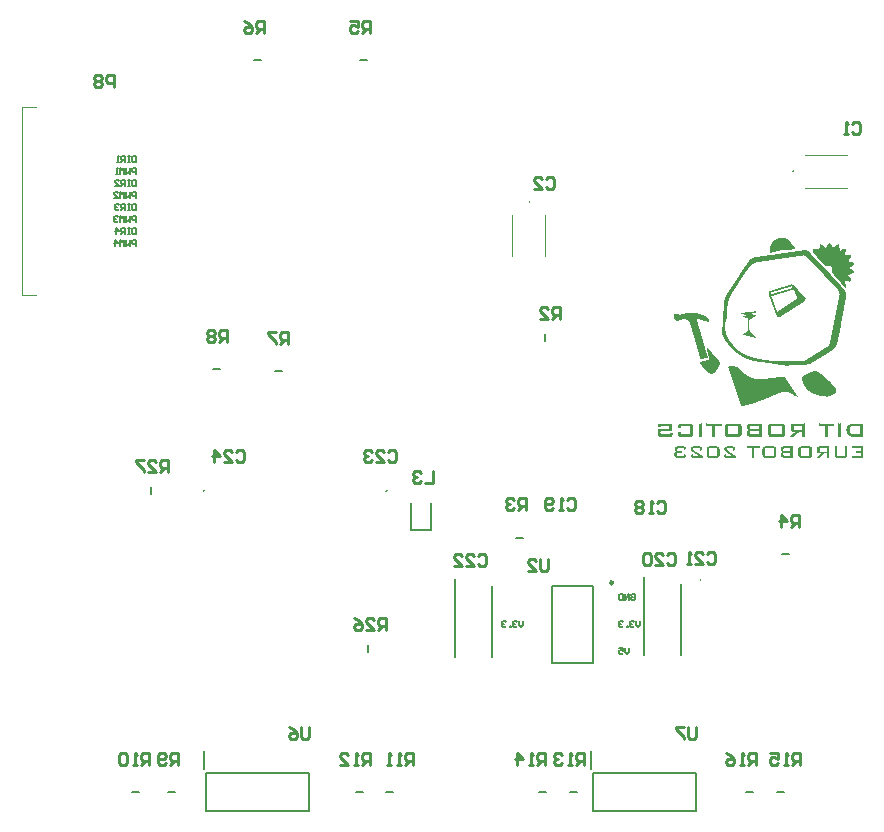
<source format=gbo>
G04*
G04 #@! TF.GenerationSoftware,Altium Limited,Altium Designer,22.9.1 (49)*
G04*
G04 Layer_Color=32896*
%FSLAX25Y25*%
%MOIN*%
G70*
G04*
G04 #@! TF.SameCoordinates,4F3841DE-4AA8-461A-9A8C-39A9ABFBA23C*
G04*
G04*
G04 #@! TF.FilePolarity,Positive*
G04*
G01*
G75*
%ADD10C,0.00984*%
%ADD12C,0.00787*%
%ADD13C,0.00394*%
%ADD14C,0.01000*%
%ADD97C,0.00500*%
G36*
X272559Y221175D02*
X273058D01*
Y221009D01*
X273391D01*
Y220843D01*
X273723D01*
Y220676D01*
X273889D01*
Y220510D01*
X274056D01*
Y220344D01*
X274222D01*
Y220178D01*
X274388D01*
Y220011D01*
X274555D01*
Y219845D01*
X274721D01*
Y219679D01*
X274887D01*
Y219513D01*
Y219346D01*
X275054D01*
Y219180D01*
X275220D01*
Y219014D01*
X275386D01*
Y218681D01*
X275552D01*
Y218515D01*
X275719D01*
Y218349D01*
X275885D01*
Y218182D01*
X276051D01*
Y217517D01*
X275054D01*
Y217351D01*
X271894D01*
Y217184D01*
X271229D01*
Y217018D01*
X270564D01*
Y216852D01*
X269732D01*
Y216686D01*
X269067D01*
Y216519D01*
X268402D01*
Y216353D01*
X267903D01*
Y218515D01*
X268070D01*
Y219014D01*
X268236D01*
Y219346D01*
X268402D01*
Y219679D01*
X268568D01*
Y219845D01*
X268735D01*
Y220011D01*
X268901D01*
Y220178D01*
X269067D01*
Y220344D01*
X269233D01*
Y220510D01*
X269400D01*
Y220676D01*
X269732D01*
Y220843D01*
X270065D01*
Y221009D01*
X270564D01*
Y221175D01*
X271229D01*
Y221342D01*
X271395D01*
Y221175D01*
X271562D01*
Y221342D01*
X272227D01*
Y221175D01*
X272393D01*
Y221342D01*
X272559D01*
Y221175D01*
D02*
G37*
G36*
X287691Y219346D02*
X287858D01*
Y219180D01*
X288024D01*
Y219014D01*
X288190D01*
Y218847D01*
X288356D01*
Y218681D01*
X288523D01*
Y218349D01*
X288689D01*
Y218182D01*
X289022D01*
Y218349D01*
X289354D01*
Y218515D01*
X289687D01*
Y218681D01*
X289853D01*
Y218847D01*
X290186D01*
Y219014D01*
X290352D01*
Y219180D01*
X290685D01*
Y218515D01*
X290851D01*
Y217850D01*
X291017D01*
Y217351D01*
X291183D01*
Y217018D01*
X291350D01*
Y217184D01*
X291516D01*
Y217351D01*
X291848D01*
Y217517D01*
X292680D01*
Y217683D01*
X293179D01*
Y216686D01*
X293012D01*
Y216353D01*
X292846D01*
Y216187D01*
Y215688D01*
X293012D01*
Y215522D01*
X293844D01*
Y215688D01*
X294343D01*
Y215522D01*
X295008D01*
Y215189D01*
X294842D01*
Y214690D01*
X294675D01*
Y214358D01*
X294509D01*
Y214191D01*
X294343D01*
Y214025D01*
X294177D01*
Y213360D01*
X294509D01*
Y213194D01*
X295507D01*
Y213027D01*
X295673D01*
Y212861D01*
X296006D01*
Y212528D01*
X295839D01*
Y212196D01*
X295673D01*
Y212030D01*
X295507D01*
Y211863D01*
X295174D01*
Y211697D01*
X295008D01*
Y211531D01*
X294675D01*
Y211365D01*
X294509D01*
Y211032D01*
X294675D01*
Y210866D01*
X294842D01*
Y210699D01*
X295174D01*
Y210533D01*
X295340D01*
Y210367D01*
X295673D01*
Y210034D01*
X295839D01*
Y209868D01*
X296006D01*
Y209535D01*
X295673D01*
Y209369D01*
X295340D01*
Y209203D01*
X295008D01*
Y209036D01*
X294509D01*
Y208870D01*
X294010D01*
Y208538D01*
X294177D01*
Y208371D01*
X294343D01*
Y208205D01*
X294509D01*
Y208039D01*
X294675D01*
Y207872D01*
X294842D01*
Y207540D01*
X295008D01*
Y206875D01*
X294842D01*
Y206708D01*
X294509D01*
Y206542D01*
X294177D01*
Y206708D01*
X293678D01*
Y206875D01*
X293012D01*
Y206708D01*
X292846D01*
Y206043D01*
X293012D01*
Y205711D01*
X293179D01*
Y205378D01*
X293345D01*
Y204713D01*
X293179D01*
Y204380D01*
X293012D01*
Y204713D01*
X292846D01*
Y204879D01*
X292680D01*
Y205046D01*
X292514D01*
Y205212D01*
X292347D01*
Y205378D01*
X292181D01*
Y205544D01*
X292015D01*
Y205711D01*
X291848D01*
Y205877D01*
X291682D01*
Y206043D01*
X291516D01*
Y206210D01*
X291350D01*
Y206376D01*
X291183D01*
Y206542D01*
X291017D01*
Y206875D01*
X290851D01*
Y207041D01*
X290685D01*
Y207207D01*
X290518D01*
Y207374D01*
X290352D01*
Y207540D01*
X290186D01*
Y207706D01*
X290019D01*
Y207872D01*
X289853D01*
Y208039D01*
X289687D01*
Y208205D01*
X289521D01*
Y208371D01*
X289354D01*
Y208538D01*
X289188D01*
Y208704D01*
X289022D01*
Y209036D01*
X288855D01*
Y209203D01*
X288689D01*
Y209369D01*
X288523D01*
Y209535D01*
X288356D01*
Y211697D01*
X288190D01*
Y211863D01*
X287858D01*
Y212030D01*
X286029D01*
Y212196D01*
X285862D01*
Y212362D01*
X285696D01*
Y212528D01*
X285530D01*
Y212695D01*
X285363D01*
Y212861D01*
X285197D01*
Y213027D01*
X285031D01*
Y213194D01*
X284864D01*
Y213360D01*
X284698D01*
Y213692D01*
X284532D01*
Y213859D01*
X284366D01*
Y214025D01*
X284199D01*
Y214191D01*
X284033D01*
Y214358D01*
X283867D01*
Y214524D01*
X283700D01*
Y214690D01*
X283534D01*
Y214857D01*
X283368D01*
Y215189D01*
X283202D01*
Y215355D01*
X283035D01*
Y215522D01*
X282869D01*
Y215688D01*
X282703D01*
Y215854D01*
X282537D01*
Y216020D01*
X282370D01*
Y216353D01*
X282204D01*
Y217184D01*
X282038D01*
Y217683D01*
X282370D01*
Y217517D01*
X283867D01*
Y217683D01*
X284199D01*
Y217850D01*
X284366D01*
Y218182D01*
X284532D01*
Y219180D01*
X284864D01*
Y219014D01*
X285031D01*
Y218847D01*
X285363D01*
Y218681D01*
X285530D01*
Y218515D01*
X285696D01*
Y218349D01*
X286029D01*
Y218182D01*
X286195D01*
Y218016D01*
X286361D01*
Y218182D01*
X286527D01*
Y218349D01*
X286694D01*
Y218681D01*
X286860D01*
Y218847D01*
X287026D01*
Y219180D01*
X287193D01*
Y219346D01*
X287525D01*
Y219513D01*
X287691D01*
Y219346D01*
D02*
G37*
G36*
X243126Y196066D02*
X243958D01*
Y195900D01*
X244457D01*
Y195733D01*
X244956D01*
Y195567D01*
X245454D01*
Y195401D01*
X245787D01*
Y195235D01*
X246120D01*
Y195068D01*
X246452D01*
Y194902D01*
X246785D01*
Y194736D01*
X246951D01*
Y194570D01*
X247117D01*
Y194403D01*
X247284D01*
Y194237D01*
X247450D01*
Y193904D01*
X247616D01*
Y193073D01*
X247284D01*
Y193239D01*
X246785D01*
Y193405D01*
X246120D01*
Y193572D01*
X245621D01*
Y193738D01*
X244956D01*
Y193904D01*
X244457D01*
Y194071D01*
X243792D01*
Y194237D01*
X243459D01*
Y193572D01*
X243625D01*
Y193073D01*
X243792D01*
Y192408D01*
X243958D01*
Y191909D01*
X244124D01*
Y191410D01*
X244290D01*
Y190745D01*
X244457D01*
Y190246D01*
X244623D01*
Y189747D01*
X244789D01*
Y189082D01*
X244956D01*
Y188583D01*
X245122D01*
Y187918D01*
X245288D01*
Y187419D01*
X245454D01*
Y186920D01*
X245621D01*
Y186255D01*
X245787D01*
Y185756D01*
X245953D01*
Y185091D01*
X246120D01*
Y184592D01*
X246286D01*
Y183927D01*
X246452D01*
Y183428D01*
X246618D01*
Y182929D01*
X246785D01*
Y182264D01*
X246951D01*
Y181765D01*
X247117D01*
Y181266D01*
X246452D01*
Y181100D01*
X245953D01*
Y180934D01*
X245288D01*
Y180768D01*
X244789D01*
Y180934D01*
X244623D01*
Y181433D01*
X244457D01*
Y181932D01*
X244290D01*
Y182597D01*
X244124D01*
Y183096D01*
X243958D01*
Y183761D01*
X243792D01*
Y184260D01*
X243625D01*
Y184758D01*
X243459D01*
Y185424D01*
X243293D01*
Y185923D01*
X243126D01*
Y186588D01*
X242960D01*
Y187087D01*
X242794D01*
Y187752D01*
X242628D01*
Y188251D01*
X242461D01*
Y188749D01*
X242295D01*
Y189415D01*
X242129D01*
Y189913D01*
X241962D01*
Y190579D01*
X241796D01*
Y191077D01*
X241630D01*
Y191576D01*
X241463D01*
Y192242D01*
X241297D01*
Y192740D01*
X241131D01*
Y193073D01*
X240965D01*
Y193239D01*
X240798D01*
Y193405D01*
X240632D01*
Y193572D01*
X240466D01*
Y193738D01*
X240300D01*
Y193904D01*
X239801D01*
Y194071D01*
X238637D01*
Y193904D01*
X238138D01*
Y193738D01*
X237639D01*
Y193572D01*
X236475D01*
Y193738D01*
X236309D01*
Y193904D01*
X236142D01*
Y194237D01*
X235976D01*
Y195068D01*
X235810D01*
Y195733D01*
X237473D01*
Y195567D01*
X238138D01*
Y195733D01*
X238969D01*
Y195900D01*
X239468D01*
Y196066D01*
X240300D01*
Y196232D01*
X243126D01*
Y196066D01*
D02*
G37*
G36*
X280042Y217018D02*
X280375D01*
Y216852D01*
X280707D01*
Y216686D01*
X280874D01*
Y216519D01*
X281040D01*
Y216353D01*
X281206D01*
Y216187D01*
X281372D01*
Y215854D01*
X281539D01*
Y215688D01*
X281705D01*
Y215522D01*
X281871D01*
Y215355D01*
X282038D01*
Y215189D01*
X282204D01*
Y215023D01*
X282370D01*
Y214857D01*
X282537D01*
Y214690D01*
X282703D01*
Y214524D01*
X282869D01*
Y214358D01*
X283035D01*
Y214191D01*
X283202D01*
Y214025D01*
X283368D01*
Y213859D01*
X283534D01*
Y213692D01*
X283700D01*
Y213526D01*
X283867D01*
Y213194D01*
X284033D01*
Y213027D01*
X284199D01*
Y212861D01*
X284366D01*
Y212695D01*
X284532D01*
Y212528D01*
X284698D01*
Y212362D01*
X284864D01*
Y212196D01*
X285031D01*
Y212030D01*
X285197D01*
Y211863D01*
X285363D01*
Y211697D01*
X285530D01*
Y211531D01*
X285696D01*
Y211365D01*
X285862D01*
Y211198D01*
X286029D01*
Y211032D01*
X286195D01*
Y210699D01*
X286361D01*
Y210533D01*
X286527D01*
Y210367D01*
X286694D01*
Y210201D01*
X286860D01*
Y210034D01*
X287026D01*
Y209868D01*
X287193D01*
Y209702D01*
X287359D01*
Y209535D01*
X287525D01*
Y209369D01*
X287691D01*
Y209203D01*
X287858D01*
Y209036D01*
X288024D01*
Y208870D01*
X288190D01*
Y208538D01*
X288356D01*
Y208371D01*
X288523D01*
Y208205D01*
X288689D01*
Y208039D01*
X288855D01*
Y207872D01*
X289022D01*
Y207706D01*
X289188D01*
Y207540D01*
X289354D01*
Y207374D01*
X289521D01*
Y207207D01*
X289687D01*
Y207041D01*
X289853D01*
Y206875D01*
X290019D01*
Y206708D01*
X290186D01*
Y206376D01*
X290352D01*
Y206210D01*
X290518D01*
Y206043D01*
X290685D01*
Y205877D01*
X290851D01*
Y205711D01*
X291017D01*
Y205544D01*
X291183D01*
Y205378D01*
X291350D01*
Y205212D01*
X291516D01*
Y205046D01*
X291682D01*
Y204879D01*
X291848D01*
Y204713D01*
X292015D01*
Y204380D01*
X292181D01*
Y204214D01*
X292347D01*
Y204048D01*
X292514D01*
Y203882D01*
X292680D01*
Y203715D01*
X292846D01*
Y203383D01*
X293012D01*
Y203050D01*
X293179D01*
Y202385D01*
X293345D01*
Y201387D01*
X293179D01*
Y200390D01*
X293012D01*
Y199558D01*
X292846D01*
Y198727D01*
X292680D01*
Y197895D01*
X292514D01*
Y196897D01*
X292347D01*
Y196066D01*
X292181D01*
Y195235D01*
X292015D01*
Y194403D01*
X291848D01*
Y193572D01*
X291682D01*
Y192740D01*
X291516D01*
Y192075D01*
X291350D01*
Y191244D01*
X291183D01*
Y190412D01*
X291017D01*
Y189581D01*
X290851D01*
Y188916D01*
X290685D01*
Y188084D01*
X290518D01*
Y187253D01*
X290352D01*
Y186588D01*
X290186D01*
Y185756D01*
X290019D01*
Y185424D01*
X289853D01*
Y185091D01*
X289687D01*
Y184925D01*
X289521D01*
Y184592D01*
X289354D01*
Y184426D01*
X289188D01*
Y184260D01*
X289022D01*
Y184093D01*
X288855D01*
Y183927D01*
X288523D01*
Y183761D01*
X288356D01*
Y183595D01*
X288024D01*
Y183428D01*
X287858D01*
Y183262D01*
X287525D01*
Y183096D01*
X287359D01*
Y182929D01*
X287026D01*
Y182763D01*
X286860D01*
Y182597D01*
X286527D01*
Y182431D01*
X286361D01*
Y182264D01*
X286029D01*
Y182098D01*
X285696D01*
Y181932D01*
X285530D01*
Y181765D01*
X285197D01*
Y181599D01*
X284864D01*
Y181433D01*
X284698D01*
Y181266D01*
X284366D01*
Y181100D01*
X284033D01*
Y180934D01*
X283867D01*
Y180768D01*
X283534D01*
Y180601D01*
X283368D01*
Y180435D01*
X283035D01*
Y180269D01*
X282703D01*
Y180103D01*
X282370D01*
Y179936D01*
X282204D01*
Y179770D01*
X281871D01*
Y179604D01*
X281539D01*
Y179437D01*
X281372D01*
Y179271D01*
X280874D01*
Y179105D01*
X280208D01*
Y178938D01*
X274222D01*
Y178606D01*
X274056D01*
Y178440D01*
X273889D01*
Y178606D01*
X272726D01*
Y178772D01*
X271728D01*
Y178938D01*
X270564D01*
Y179105D01*
X269400D01*
Y179271D01*
X268402D01*
Y179437D01*
X267404D01*
Y179604D01*
X266074D01*
Y179770D01*
X264744D01*
Y179936D01*
X263580D01*
Y180103D01*
X262582D01*
Y180269D01*
X261917D01*
Y180435D01*
X261418D01*
Y180601D01*
X260919D01*
Y180768D01*
X260420D01*
Y180934D01*
X259921D01*
Y181100D01*
X259589D01*
Y181266D01*
X259256D01*
Y181433D01*
X258924D01*
Y181599D01*
X258591D01*
Y181765D01*
X258259D01*
Y181932D01*
X258092D01*
Y182098D01*
X257760D01*
Y182264D01*
X257427D01*
Y182431D01*
X257261D01*
Y182597D01*
X257095D01*
Y182763D01*
X256762D01*
Y182929D01*
X256596D01*
Y183096D01*
X256429D01*
Y183262D01*
X256097D01*
Y183428D01*
X255930D01*
Y183595D01*
X255764D01*
Y183761D01*
X255598D01*
Y183927D01*
X255432D01*
Y184093D01*
X255265D01*
Y184260D01*
X255099D01*
Y184426D01*
X254933D01*
Y184592D01*
X254767D01*
Y184758D01*
X254600D01*
Y184925D01*
X254434D01*
Y185091D01*
X254268D01*
Y185424D01*
X254101D01*
Y185590D01*
X253935D01*
Y185756D01*
X253769D01*
Y186089D01*
X253603D01*
Y186255D01*
X253436D01*
Y186421D01*
X253270D01*
Y186754D01*
X253104D01*
Y186920D01*
X252937D01*
Y187253D01*
X252771D01*
Y187419D01*
X252605D01*
Y187752D01*
X252438D01*
Y188084D01*
X252272D01*
Y188417D01*
X252106D01*
Y188916D01*
X251940D01*
Y191410D01*
X252106D01*
Y194071D01*
X252272D01*
Y196731D01*
X252438D01*
Y199225D01*
X252605D01*
Y200556D01*
X252771D01*
Y201221D01*
X252937D01*
Y201554D01*
X253104D01*
Y201886D01*
X253270D01*
Y202219D01*
X253436D01*
Y202551D01*
X253603D01*
Y202717D01*
X253769D01*
Y203050D01*
X253935D01*
Y203216D01*
X254101D01*
Y203549D01*
X254268D01*
Y203715D01*
X254434D01*
Y204048D01*
X254600D01*
Y204214D01*
X254767D01*
Y204547D01*
X254933D01*
Y204713D01*
X255099D01*
Y205046D01*
X255265D01*
Y205212D01*
X255432D01*
Y205544D01*
X255598D01*
Y205711D01*
X255764D01*
Y206043D01*
X255930D01*
Y206210D01*
X256097D01*
Y206542D01*
X256263D01*
Y206708D01*
X256429D01*
Y207041D01*
X256596D01*
Y207207D01*
X256762D01*
Y207540D01*
X256928D01*
Y207706D01*
X257095D01*
Y208039D01*
X257261D01*
Y208205D01*
X257427D01*
Y208538D01*
X257593D01*
Y208704D01*
X257760D01*
Y209036D01*
X257926D01*
Y209369D01*
X258092D01*
Y209535D01*
X258259D01*
Y209868D01*
X258425D01*
Y210034D01*
X258591D01*
Y210367D01*
X258757D01*
Y210533D01*
X258924D01*
Y210866D01*
X259090D01*
Y211032D01*
X259256D01*
Y211365D01*
X259423D01*
Y211531D01*
X259589D01*
Y211863D01*
X259755D01*
Y212030D01*
X259921D01*
Y212362D01*
X260088D01*
Y212695D01*
X260254D01*
Y212861D01*
X260420D01*
Y213194D01*
X260587D01*
Y213360D01*
X260753D01*
Y213692D01*
X260919D01*
Y213859D01*
X261085D01*
Y214025D01*
X261252D01*
Y214191D01*
X261418D01*
Y214358D01*
X261751D01*
Y214524D01*
X261917D01*
Y214690D01*
X262416D01*
Y214857D01*
X263413D01*
Y215023D01*
X264577D01*
Y215189D01*
X265908D01*
Y215355D01*
X266905D01*
Y215522D01*
X268070D01*
Y215688D01*
X269400D01*
Y215854D01*
X270397D01*
Y216020D01*
X271562D01*
Y216187D01*
X272559D01*
Y216353D01*
X273889D01*
Y216519D01*
X274887D01*
Y216686D01*
X276051D01*
Y216852D01*
X277382D01*
Y217018D01*
X278379D01*
Y217184D01*
X280042D01*
Y217018D01*
D02*
G37*
G36*
X247284Y184260D02*
X247450D01*
Y183927D01*
X247616D01*
Y183761D01*
X247782D01*
Y183595D01*
X247949D01*
Y183428D01*
X248115D01*
Y183262D01*
X248281D01*
Y183096D01*
X248448D01*
Y182929D01*
X248614D01*
Y182597D01*
X248780D01*
Y182431D01*
X248946D01*
Y182264D01*
X249113D01*
Y182098D01*
X249279D01*
Y181932D01*
X249445D01*
Y181765D01*
X249612D01*
Y181599D01*
X249778D01*
Y181433D01*
X249944D01*
Y181266D01*
X250111D01*
Y181100D01*
X250277D01*
Y180934D01*
X250443D01*
Y180768D01*
X250609D01*
Y180601D01*
X250776D01*
Y180269D01*
X250942D01*
Y179770D01*
X251108D01*
Y178938D01*
X250942D01*
Y178440D01*
X250776D01*
Y178107D01*
X250609D01*
Y177775D01*
X250443D01*
Y177608D01*
X250277D01*
Y177276D01*
X250111D01*
Y177109D01*
X249944D01*
Y176777D01*
X249778D01*
Y176611D01*
X249612D01*
Y176444D01*
X249445D01*
Y176278D01*
X249279D01*
Y176112D01*
X248946D01*
Y175945D01*
X247949D01*
Y176112D01*
X247450D01*
Y176278D01*
X247284D01*
Y176444D01*
X246951D01*
Y176611D01*
X246785D01*
Y176777D01*
X246618D01*
Y176943D01*
X246452D01*
Y177109D01*
X246286D01*
Y177276D01*
X246120D01*
Y177442D01*
X245953D01*
Y177608D01*
X245787D01*
Y177775D01*
X245621D01*
Y178107D01*
X245454D01*
Y178273D01*
X245288D01*
Y178440D01*
X245122D01*
Y178772D01*
X244956D01*
Y178938D01*
X244789D01*
Y179271D01*
X244623D01*
Y179437D01*
X244457D01*
Y179770D01*
X244623D01*
Y179936D01*
X245288D01*
Y180103D01*
X245787D01*
Y180269D01*
X246452D01*
Y180435D01*
X246951D01*
Y180601D01*
X247450D01*
Y180768D01*
X247616D01*
Y181266D01*
X247450D01*
Y181932D01*
X247284D01*
Y182597D01*
X247117D01*
Y183262D01*
X246951D01*
Y183927D01*
X246785D01*
Y184260D01*
X246951D01*
Y184426D01*
X247284D01*
Y184260D01*
D02*
G37*
G36*
X283368Y176611D02*
X283700D01*
Y176444D01*
X284033D01*
Y176278D01*
X284366D01*
Y176112D01*
X284532D01*
Y175945D01*
X284698D01*
Y175779D01*
X285031D01*
Y175613D01*
X285197D01*
Y175446D01*
X285363D01*
Y175280D01*
X285530D01*
Y175114D01*
X285696D01*
Y174948D01*
X285862D01*
Y174781D01*
X286195D01*
Y174615D01*
X286361D01*
Y174449D01*
X286527D01*
Y174283D01*
X286694D01*
Y174116D01*
X286860D01*
Y173950D01*
X287026D01*
Y173784D01*
X287193D01*
Y173617D01*
X287525D01*
Y173451D01*
X287691D01*
Y173285D01*
X287858D01*
Y173118D01*
X288024D01*
Y172952D01*
X288190D01*
Y172620D01*
X288356D01*
Y172453D01*
X288523D01*
Y172287D01*
X288689D01*
Y172121D01*
X288855D01*
Y171954D01*
X289022D01*
Y171788D01*
X289188D01*
Y171622D01*
X289354D01*
Y171289D01*
X289521D01*
Y171123D01*
X289687D01*
Y170624D01*
X289853D01*
Y170125D01*
X289687D01*
Y169626D01*
X289521D01*
Y169460D01*
X289354D01*
Y169294D01*
X289188D01*
Y169128D01*
X288855D01*
Y168961D01*
X288523D01*
Y168795D01*
X288190D01*
Y168629D01*
X287691D01*
Y168462D01*
X287193D01*
Y168296D01*
X286527D01*
Y168462D01*
X285197D01*
Y168629D01*
X284199D01*
Y168795D01*
X283534D01*
Y168961D01*
X283035D01*
Y169128D01*
X282537D01*
Y169294D01*
X282204D01*
Y169460D01*
X281871D01*
Y169626D01*
X281539D01*
Y169793D01*
X281206D01*
Y169959D01*
X281040D01*
Y170125D01*
X280874D01*
Y170292D01*
X280541D01*
Y170458D01*
X280375D01*
Y170624D01*
X280208D01*
Y170790D01*
X280042D01*
Y170957D01*
X279876D01*
Y171289D01*
X279710D01*
Y171456D01*
X279543D01*
Y171622D01*
X279377D01*
Y171954D01*
X279211D01*
Y172287D01*
X279044D01*
Y172620D01*
X278878D01*
Y172952D01*
X278712D01*
Y173451D01*
X278546D01*
Y174781D01*
X278712D01*
Y175114D01*
X278878D01*
Y175280D01*
X279044D01*
Y175446D01*
X279377D01*
Y175613D01*
X279710D01*
Y175779D01*
X280042D01*
Y175945D01*
X280375D01*
Y176112D01*
X280874D01*
Y176278D01*
X281206D01*
Y176444D01*
X281539D01*
Y176611D01*
X282038D01*
Y176777D01*
X283368D01*
Y176611D01*
D02*
G37*
G36*
X256263Y178273D02*
X256762D01*
Y178107D01*
X257095D01*
Y177941D01*
X257261D01*
Y177775D01*
X257593D01*
Y177608D01*
X257760D01*
Y177442D01*
X257926D01*
Y177276D01*
X258092D01*
Y177109D01*
X258259D01*
Y176943D01*
X258425D01*
Y176777D01*
X258591D01*
Y176611D01*
X258757D01*
Y176444D01*
X258924D01*
Y176278D01*
X259090D01*
Y176112D01*
X259256D01*
Y175945D01*
X259423D01*
Y175779D01*
X259755D01*
Y175613D01*
X259921D01*
Y175446D01*
X260254D01*
Y175280D01*
X260420D01*
Y175114D01*
X260753D01*
Y174948D01*
X261085D01*
Y174781D01*
X261418D01*
Y174615D01*
X261917D01*
Y174449D01*
X262416D01*
Y174283D01*
X263247D01*
Y174116D01*
X265741D01*
Y174283D01*
X267072D01*
Y174449D01*
X268236D01*
Y174615D01*
X269899D01*
Y174781D01*
X271395D01*
Y174948D01*
X272227D01*
Y174781D01*
X272726D01*
Y174615D01*
X272892D01*
Y174449D01*
X273058D01*
Y174116D01*
X273224D01*
Y173950D01*
X273391D01*
Y173617D01*
X273557D01*
Y173451D01*
X273723D01*
Y173285D01*
X273889D01*
Y172952D01*
X274056D01*
Y172786D01*
X274222D01*
Y172453D01*
X274388D01*
Y172287D01*
X274555D01*
Y171954D01*
X274721D01*
Y171788D01*
X274887D01*
Y171456D01*
X275054D01*
Y171289D01*
X275220D01*
Y170957D01*
X275386D01*
Y170790D01*
X275552D01*
Y170458D01*
X275719D01*
Y170292D01*
X275885D01*
Y169959D01*
X276051D01*
Y169793D01*
X276218D01*
Y169460D01*
X276384D01*
Y169294D01*
X276550D01*
Y168961D01*
X276716D01*
Y168795D01*
X276883D01*
Y168629D01*
X277049D01*
Y168296D01*
X276883D01*
Y168462D01*
X276218D01*
Y168629D01*
X275885D01*
Y168795D01*
X275552D01*
Y168961D01*
X275386D01*
Y169128D01*
X275220D01*
Y169294D01*
X274887D01*
Y169460D01*
X274555D01*
Y169626D01*
X274222D01*
Y169793D01*
X273723D01*
Y169959D01*
X272060D01*
Y169793D01*
X271395D01*
Y169626D01*
X270896D01*
Y169460D01*
X270564D01*
Y169294D01*
X270231D01*
Y169128D01*
X269732D01*
Y168961D01*
X269400D01*
Y168795D01*
X268901D01*
Y168629D01*
X268568D01*
Y168462D01*
X268070D01*
Y168296D01*
X267737D01*
Y168130D01*
X267404D01*
Y167964D01*
X266905D01*
Y167797D01*
X266573D01*
Y167631D01*
X266074D01*
Y167465D01*
X265741D01*
Y167298D01*
X265243D01*
Y167132D01*
X264910D01*
Y166966D01*
X264411D01*
Y166799D01*
X263912D01*
Y166633D01*
X263580D01*
Y166467D01*
X263081D01*
Y166301D01*
X262582D01*
Y166134D01*
X262083D01*
Y165968D01*
X261418D01*
Y165802D01*
X260753D01*
Y165636D01*
X260254D01*
Y165469D01*
X259423D01*
Y165303D01*
X258924D01*
Y165137D01*
X258259D01*
Y165303D01*
X258092D01*
Y165802D01*
X257926D01*
Y166301D01*
X257760D01*
Y166799D01*
X257593D01*
Y167298D01*
X257427D01*
Y167797D01*
X257261D01*
Y168296D01*
X257095D01*
Y168795D01*
X256928D01*
Y169294D01*
X256762D01*
Y169793D01*
X256596D01*
Y170292D01*
X256429D01*
Y170790D01*
X256263D01*
Y171456D01*
X256097D01*
Y171788D01*
X255930D01*
Y172287D01*
X255764D01*
Y172786D01*
X255598D01*
Y173285D01*
X255432D01*
Y173950D01*
X255265D01*
Y174283D01*
X255099D01*
Y174948D01*
X254933D01*
Y175446D01*
X254767D01*
Y175945D01*
X254600D01*
Y176444D01*
X254434D01*
Y176943D01*
X254268D01*
Y177442D01*
X254101D01*
Y177941D01*
X253935D01*
Y178273D01*
X254268D01*
Y178440D01*
X256263D01*
Y178273D01*
D02*
G37*
G36*
X291350Y159317D02*
X291516D01*
Y154993D01*
X290518D01*
Y159317D01*
Y159483D01*
X290851D01*
Y159317D01*
X291183D01*
Y159483D01*
X291350D01*
Y159317D01*
D02*
G37*
G36*
X289188Y158818D02*
Y158651D01*
X287193D01*
Y154993D01*
X286195D01*
Y158485D01*
X286029D01*
Y158651D01*
X284033D01*
Y159317D01*
X284199D01*
Y159483D01*
X284366D01*
Y159317D01*
X289022D01*
Y159483D01*
X289188D01*
Y158818D01*
D02*
G37*
G36*
X251607Y159317D02*
X251773D01*
Y158651D01*
X249778D01*
Y158485D01*
X249612D01*
Y154993D01*
X248614D01*
Y158319D01*
Y158485D01*
Y158651D01*
X246618D01*
Y159483D01*
X246951D01*
Y159317D01*
X251441D01*
Y159483D01*
X251607D01*
Y159317D01*
D02*
G37*
G36*
X245122D02*
X245288D01*
Y154993D01*
X244290D01*
Y158984D01*
Y159150D01*
Y159317D01*
X244457D01*
Y159483D01*
X244623D01*
Y159317D01*
X244956D01*
Y159483D01*
X245122D01*
Y159317D01*
D02*
G37*
G36*
X241796Y159150D02*
X241962D01*
Y158984D01*
X242129D01*
Y155326D01*
X241962D01*
Y155159D01*
X241796D01*
Y154993D01*
X237639D01*
Y155159D01*
X237473D01*
Y155326D01*
X237306D01*
Y156490D01*
X237473D01*
Y156656D01*
X238304D01*
Y155825D01*
X241131D01*
Y158485D01*
X240965D01*
Y158651D01*
X238304D01*
Y157820D01*
X237306D01*
Y158984D01*
X237473D01*
Y159150D01*
X237639D01*
Y159317D01*
X241796D01*
Y159150D01*
D02*
G37*
G36*
X298666Y159317D02*
X298833D01*
Y154993D01*
X294842D01*
Y155159D01*
X294509D01*
Y155326D01*
X294177D01*
Y155492D01*
X294010D01*
Y155658D01*
X293844D01*
Y155825D01*
X293678D01*
Y156157D01*
X293511D01*
Y156822D01*
X293345D01*
Y157654D01*
X293511D01*
Y158153D01*
X293678D01*
Y158485D01*
X293844D01*
Y158651D01*
X294010D01*
Y158818D01*
X294177D01*
Y158984D01*
X294509D01*
Y159150D01*
X294842D01*
Y159317D01*
X298500D01*
Y159483D01*
X298666D01*
Y159317D01*
D02*
G37*
G36*
X279377D02*
X279543D01*
Y154993D01*
X278546D01*
Y156656D01*
X277548D01*
Y156490D01*
X277382D01*
Y156324D01*
X277049D01*
Y156157D01*
X276883D01*
Y155991D01*
X276716D01*
Y155825D01*
X276550D01*
Y155658D01*
X276384D01*
Y155492D01*
X276218D01*
Y155326D01*
X276051D01*
Y155159D01*
X275885D01*
Y154993D01*
X274388D01*
Y155159D01*
X274555D01*
Y155326D01*
X274721D01*
Y155492D01*
X275054D01*
Y155658D01*
X275220D01*
Y155825D01*
X275386D01*
Y155991D01*
X275552D01*
Y156157D01*
X275885D01*
Y156324D01*
X276051D01*
Y156490D01*
X276218D01*
Y156656D01*
X275054D01*
Y156822D01*
X274887D01*
Y156989D01*
X274721D01*
Y158984D01*
X274887D01*
Y159150D01*
X275054D01*
Y159317D01*
X279211D01*
Y159483D01*
X279377D01*
Y159317D01*
D02*
G37*
G36*
X272393Y159150D02*
X272559D01*
Y158984D01*
X272726D01*
Y155326D01*
X272559D01*
Y155159D01*
X272393D01*
Y154993D01*
X267571D01*
Y155159D01*
X267404D01*
Y155492D01*
X267238D01*
Y158984D01*
X267404D01*
Y159150D01*
X267571D01*
Y159317D01*
X272393D01*
Y159150D01*
D02*
G37*
G36*
X264910Y159317D02*
X265076D01*
Y154993D01*
X260753D01*
Y155159D01*
X260420D01*
Y155326D01*
X260254D01*
Y156822D01*
X260420D01*
Y156989D01*
X260587D01*
Y157155D01*
X260753D01*
Y157321D01*
X260587D01*
Y157487D01*
X260420D01*
Y157654D01*
X260254D01*
Y158984D01*
X260420D01*
Y159150D01*
X260587D01*
Y159317D01*
X264744D01*
Y159483D01*
X264910D01*
Y159317D01*
D02*
G37*
G36*
X258092Y159150D02*
X258259D01*
Y158651D01*
X258425D01*
Y155658D01*
X258259D01*
Y155159D01*
X257926D01*
Y154993D01*
X253270D01*
Y155159D01*
X253104D01*
Y155326D01*
X252937D01*
Y158984D01*
X253104D01*
Y159317D01*
X258092D01*
Y159150D01*
D02*
G37*
G36*
X234978D02*
X235145D01*
Y158818D01*
X235311D01*
Y157487D01*
X235145D01*
Y156989D01*
X234812D01*
Y156822D01*
X231486D01*
Y156656D01*
X231320D01*
Y156157D01*
X231486D01*
Y155991D01*
X231320D01*
Y155825D01*
X234479D01*
Y156324D01*
X234812D01*
Y156157D01*
X235477D01*
Y155492D01*
X235311D01*
Y155159D01*
X235145D01*
Y154993D01*
X230821D01*
Y155159D01*
X230655D01*
Y155326D01*
X230489D01*
Y157155D01*
X230655D01*
Y157487D01*
X230988D01*
Y157654D01*
X234313D01*
Y158651D01*
X231486D01*
Y158153D01*
X230821D01*
Y158319D01*
X230489D01*
Y158818D01*
X230655D01*
Y159150D01*
X230821D01*
Y159317D01*
X234978D01*
Y159150D01*
D02*
G37*
G36*
X239129Y151692D02*
X239205Y151685D01*
X239267Y151671D01*
X239385Y151650D01*
X239476Y151623D01*
X239545Y151588D01*
X239594Y151567D01*
X239621Y151546D01*
X239628Y151539D01*
X239684Y151470D01*
X239725Y151387D01*
X239753Y151290D01*
X239774Y151199D01*
X239788Y151109D01*
X239795Y151040D01*
Y151012D01*
Y150991D01*
Y150977D01*
Y150970D01*
Y150734D01*
X239066Y150602D01*
Y151067D01*
X237178D01*
X237116Y151054D01*
X237067Y151047D01*
X237033Y151033D01*
X237005Y151019D01*
X236984Y151012D01*
X236970Y150998D01*
X236943Y150963D01*
X236929Y150929D01*
X236901Y150831D01*
Y150790D01*
X236894Y150755D01*
Y150727D01*
Y150721D01*
Y150540D01*
Y150471D01*
X236908Y150415D01*
X236915Y150366D01*
X236929Y150332D01*
X236943Y150304D01*
X236956Y150283D01*
X236963Y150276D01*
X236970Y150269D01*
X237005Y150249D01*
X237040Y150235D01*
X237137Y150214D01*
X237178D01*
X237213Y150207D01*
X238351D01*
Y149603D01*
X237040D01*
X236977Y149589D01*
X236929Y149582D01*
X236887Y149568D01*
X236859Y149555D01*
X236838Y149548D01*
X236824Y149534D01*
X236797Y149499D01*
X236783Y149464D01*
X236755Y149374D01*
Y149332D01*
X236748Y149298D01*
Y149270D01*
Y149263D01*
Y148992D01*
Y148923D01*
X236762Y148867D01*
X236769Y148826D01*
X236783Y148791D01*
X236797Y148763D01*
X236811Y148743D01*
X236818Y148736D01*
X236824Y148729D01*
X236859Y148708D01*
X236901Y148694D01*
X236991Y148673D01*
X237040D01*
X237074Y148666D01*
X239101D01*
Y149180D01*
X239857Y149020D01*
Y148722D01*
X239850Y148576D01*
X239830Y148458D01*
X239802Y148361D01*
X239774Y148284D01*
X239746Y148222D01*
X239719Y148180D01*
X239698Y148160D01*
X239691Y148153D01*
X239656Y148125D01*
X239614Y148104D01*
X239510Y148063D01*
X239399Y148035D01*
X239288Y148021D01*
X239177Y148007D01*
X239136D01*
X239094Y148000D01*
X236776D01*
X236693Y148007D01*
X236547Y148028D01*
X236429Y148056D01*
X236332Y148083D01*
X236262Y148111D01*
X236207Y148139D01*
X236179Y148160D01*
X236172Y148167D01*
X236103Y148243D01*
X236054Y148333D01*
X236019Y148437D01*
X235999Y148541D01*
X235978Y148638D01*
X235971Y148715D01*
Y148749D01*
Y148770D01*
Y148784D01*
Y148791D01*
Y149180D01*
X235978Y149298D01*
X236006Y149402D01*
X236033Y149492D01*
X236075Y149568D01*
X236110Y149624D01*
X236144Y149666D01*
X236172Y149693D01*
X236179Y149700D01*
X236269Y149763D01*
X236367Y149818D01*
X236477Y149853D01*
X236582Y149888D01*
X236679Y149908D01*
X236755Y149922D01*
X236790D01*
X236811Y149929D01*
X236831D01*
X236693Y149957D01*
X236575Y149992D01*
X236485Y150027D01*
X236408Y150061D01*
X236346Y150096D01*
X236304Y150117D01*
X236283Y150137D01*
X236276Y150145D01*
X236221Y150214D01*
X236186Y150290D01*
X236158Y150366D01*
X236138Y150450D01*
X236124Y150519D01*
X236117Y150575D01*
Y150616D01*
Y150623D01*
Y150630D01*
Y150970D01*
X236124Y151116D01*
X236144Y151234D01*
X236172Y151331D01*
X236200Y151415D01*
X236235Y151470D01*
X236262Y151512D01*
X236283Y151532D01*
X236290Y151539D01*
X236325Y151567D01*
X236367Y151595D01*
X236471Y151630D01*
X236582Y151657D01*
X236693Y151678D01*
X236797Y151692D01*
X236880Y151699D01*
X239045D01*
X239129Y151692D01*
D02*
G37*
G36*
X255570D02*
X255646Y151685D01*
X255708Y151671D01*
X255826Y151650D01*
X255917Y151623D01*
X255986Y151588D01*
X256034Y151567D01*
X256062Y151546D01*
X256069Y151539D01*
X256125Y151470D01*
X256166Y151387D01*
X256194Y151290D01*
X256215Y151199D01*
X256229Y151109D01*
X256236Y151040D01*
Y151012D01*
Y150991D01*
Y150977D01*
Y150970D01*
Y150491D01*
X255507Y150304D01*
Y151067D01*
X253397D01*
Y150582D01*
X255958Y149013D01*
X256048Y148951D01*
X256125Y148895D01*
X256187Y148847D01*
X256243Y148798D01*
X256277Y148763D01*
X256305Y148736D01*
X256319Y148715D01*
X256326Y148708D01*
X256361Y148652D01*
X256382Y148597D01*
X256409Y148472D01*
X256416Y148416D01*
X256423Y148375D01*
Y148347D01*
Y148333D01*
Y148000D01*
X253224D01*
X253140Y148007D01*
X253064Y148014D01*
X252995Y148021D01*
X252884Y148049D01*
X252786Y148076D01*
X252724Y148104D01*
X252676Y148132D01*
X252648Y148146D01*
X252641Y148153D01*
X252585Y148222D01*
X252544Y148305D01*
X252509Y148403D01*
X252488Y148493D01*
X252474Y148583D01*
X252467Y148652D01*
Y148680D01*
Y148701D01*
Y148715D01*
Y148722D01*
Y149020D01*
X253147Y149214D01*
Y148666D01*
X255306D01*
X253127Y149978D01*
X253023Y150047D01*
X252932Y150117D01*
X252863Y150172D01*
X252814Y150221D01*
X252773Y150262D01*
X252752Y150290D01*
X252738Y150311D01*
X252731Y150318D01*
X252703Y150380D01*
X252682Y150443D01*
X252655Y150582D01*
Y150644D01*
X252648Y150693D01*
Y150721D01*
Y150734D01*
Y150970D01*
X252655Y151116D01*
X252676Y151234D01*
X252703Y151331D01*
X252731Y151415D01*
X252766Y151470D01*
X252794Y151512D01*
X252814Y151532D01*
X252821Y151539D01*
X252856Y151567D01*
X252898Y151595D01*
X253002Y151630D01*
X253113Y151657D01*
X253224Y151678D01*
X253328Y151692D01*
X253411Y151699D01*
X255486D01*
X255570Y151692D01*
D02*
G37*
G36*
X244507D02*
X244584Y151685D01*
X244646Y151671D01*
X244764Y151650D01*
X244854Y151623D01*
X244923Y151588D01*
X244972Y151567D01*
X245000Y151546D01*
X245007Y151539D01*
X245062Y151470D01*
X245104Y151387D01*
X245132Y151290D01*
X245152Y151199D01*
X245166Y151109D01*
X245173Y151040D01*
Y151012D01*
Y150991D01*
Y150977D01*
Y150970D01*
Y150491D01*
X244445Y150304D01*
Y151067D01*
X242335D01*
Y150582D01*
X244896Y149013D01*
X244986Y148951D01*
X245062Y148895D01*
X245125Y148847D01*
X245180Y148798D01*
X245215Y148763D01*
X245243Y148736D01*
X245257Y148715D01*
X245264Y148708D01*
X245298Y148652D01*
X245319Y148597D01*
X245347Y148472D01*
X245354Y148416D01*
X245361Y148375D01*
Y148347D01*
Y148333D01*
Y148000D01*
X242161D01*
X242078Y148007D01*
X242002Y148014D01*
X241932Y148021D01*
X241821Y148049D01*
X241724Y148076D01*
X241662Y148104D01*
X241613Y148132D01*
X241585Y148146D01*
X241578Y148153D01*
X241523Y148222D01*
X241481Y148305D01*
X241447Y148403D01*
X241426Y148493D01*
X241412Y148583D01*
X241405Y148652D01*
Y148680D01*
Y148701D01*
Y148715D01*
Y148722D01*
Y149020D01*
X242085Y149214D01*
Y148666D01*
X244243D01*
X242064Y149978D01*
X241960Y150047D01*
X241870Y150117D01*
X241800Y150172D01*
X241752Y150221D01*
X241710Y150262D01*
X241689Y150290D01*
X241676Y150311D01*
X241669Y150318D01*
X241641Y150380D01*
X241620Y150443D01*
X241592Y150582D01*
Y150644D01*
X241585Y150693D01*
Y150721D01*
Y150734D01*
Y150970D01*
X241592Y151116D01*
X241613Y151234D01*
X241641Y151331D01*
X241669Y151415D01*
X241703Y151470D01*
X241731Y151512D01*
X241752Y151532D01*
X241759Y151539D01*
X241794Y151567D01*
X241835Y151595D01*
X241939Y151630D01*
X242050Y151657D01*
X242161Y151678D01*
X242266Y151692D01*
X242349Y151699D01*
X244424D01*
X244507Y151692D01*
D02*
G37*
G36*
X293594Y148867D02*
Y148777D01*
X293587Y148694D01*
X293573Y148618D01*
X293566Y148548D01*
X293531Y148430D01*
X293497Y148333D01*
X293469Y148264D01*
X293434Y148215D01*
X293413Y148187D01*
X293406Y148180D01*
X293365Y148146D01*
X293323Y148118D01*
X293212Y148076D01*
X293094Y148042D01*
X292969Y148021D01*
X292858Y148007D01*
X292810D01*
X292768Y148000D01*
X290242D01*
X290152Y148007D01*
X290075Y148014D01*
X289999Y148028D01*
X289936Y148042D01*
X289874Y148056D01*
X289777Y148090D01*
X289707Y148125D01*
X289652Y148153D01*
X289624Y148173D01*
X289617Y148180D01*
X289582Y148215D01*
X289555Y148264D01*
X289506Y148361D01*
X289471Y148479D01*
X289444Y148590D01*
X289430Y148701D01*
Y148743D01*
X289423Y148784D01*
Y148819D01*
Y148847D01*
Y148861D01*
Y148867D01*
Y151699D01*
X290276D01*
Y148694D01*
X292733D01*
Y151699D01*
X293594D01*
Y148867D01*
D02*
G37*
G36*
X299000Y148000D02*
X295183D01*
Y148694D01*
X298139D01*
Y149617D01*
X296432D01*
Y150249D01*
X298139D01*
Y151067D01*
X295218D01*
Y151699D01*
X299000D01*
Y148000D01*
D02*
G37*
G36*
X287535D02*
X286688D01*
Y149395D01*
X285876D01*
X284384Y148000D01*
X283156D01*
X284856Y149395D01*
X284377D01*
X284225Y149402D01*
X284093Y149423D01*
X283982Y149451D01*
X283892Y149478D01*
X283822Y149506D01*
X283774Y149534D01*
X283746Y149555D01*
X283739Y149562D01*
X283669Y149638D01*
X283621Y149721D01*
X283586Y149811D01*
X283565Y149902D01*
X283545Y149985D01*
X283538Y150047D01*
Y150075D01*
Y150096D01*
Y150103D01*
Y150110D01*
Y150977D01*
X283545Y151109D01*
X283565Y151227D01*
X283600Y151317D01*
X283635Y151394D01*
X283677Y151456D01*
X283704Y151491D01*
X283732Y151519D01*
X283739Y151525D01*
X283822Y151581D01*
X283919Y151623D01*
X284023Y151657D01*
X284128Y151678D01*
X284225Y151692D01*
X284308Y151699D01*
X287535D01*
Y148000D01*
D02*
G37*
G36*
X281143Y151692D02*
X281227Y151685D01*
X281296Y151671D01*
X281365Y151657D01*
X281421Y151637D01*
X281525Y151609D01*
X281594Y151574D01*
X281650Y151539D01*
X281678Y151519D01*
X281685Y151512D01*
X281719Y151470D01*
X281747Y151428D01*
X281796Y151324D01*
X281823Y151213D01*
X281851Y151095D01*
X281865Y150991D01*
Y150950D01*
X281872Y150908D01*
Y150873D01*
Y150845D01*
Y150831D01*
Y150825D01*
Y148867D01*
Y148777D01*
X281865Y148694D01*
X281851Y148618D01*
X281844Y148548D01*
X281810Y148430D01*
X281775Y148333D01*
X281747Y148264D01*
X281713Y148215D01*
X281692Y148187D01*
X281685Y148180D01*
X281643Y148146D01*
X281601Y148118D01*
X281490Y148076D01*
X281372Y148042D01*
X281247Y148021D01*
X281136Y148007D01*
X281088D01*
X281046Y148000D01*
X278138D01*
X278048Y148007D01*
X277972Y148014D01*
X277895Y148028D01*
X277833Y148042D01*
X277770Y148056D01*
X277673Y148090D01*
X277604Y148125D01*
X277549Y148153D01*
X277521Y148173D01*
X277514Y148180D01*
X277479Y148215D01*
X277451Y148264D01*
X277403Y148361D01*
X277368Y148479D01*
X277340Y148590D01*
X277326Y148701D01*
Y148743D01*
X277319Y148784D01*
Y148819D01*
Y148847D01*
Y148861D01*
Y148867D01*
Y150825D01*
Y150915D01*
X277326Y150998D01*
X277340Y151074D01*
X277347Y151144D01*
X277382Y151262D01*
X277417Y151359D01*
X277451Y151428D01*
X277486Y151477D01*
X277507Y151505D01*
X277514Y151512D01*
X277555Y151546D01*
X277597Y151574D01*
X277708Y151623D01*
X277826Y151650D01*
X277944Y151678D01*
X278055Y151692D01*
X278104D01*
X278152Y151699D01*
X281053D01*
X281143Y151692D01*
D02*
G37*
G36*
X275508Y148000D02*
X272572D01*
X272378Y148007D01*
X272212Y148028D01*
X272073Y148056D01*
X271955Y148090D01*
X271865Y148118D01*
X271802Y148146D01*
X271767Y148167D01*
X271754Y148173D01*
X271663Y148250D01*
X271594Y148333D01*
X271545Y148423D01*
X271518Y148514D01*
X271497Y148597D01*
X271490Y148659D01*
X271483Y148687D01*
Y148708D01*
Y148715D01*
Y148722D01*
Y149194D01*
X271490Y149298D01*
X271511Y149395D01*
X271538Y149478D01*
X271566Y149548D01*
X271601Y149603D01*
X271629Y149645D01*
X271650Y149672D01*
X271656Y149680D01*
X271726Y149742D01*
X271809Y149797D01*
X271885Y149832D01*
X271969Y149867D01*
X272038Y149888D01*
X272094Y149902D01*
X272135Y149908D01*
X272149D01*
X272038Y149929D01*
X271948Y149957D01*
X271865Y149992D01*
X271795Y150020D01*
X271747Y150054D01*
X271705Y150082D01*
X271684Y150096D01*
X271677Y150103D01*
X271622Y150165D01*
X271580Y150235D01*
X271552Y150311D01*
X271532Y150380D01*
X271518Y150436D01*
X271511Y150491D01*
Y150519D01*
Y150533D01*
Y150977D01*
X271518Y151109D01*
X271538Y151220D01*
X271573Y151317D01*
X271608Y151394D01*
X271650Y151449D01*
X271677Y151491D01*
X271705Y151519D01*
X271712Y151525D01*
X271795Y151581D01*
X271892Y151623D01*
X271996Y151657D01*
X272101Y151678D01*
X272198Y151692D01*
X272274Y151699D01*
X275508D01*
Y148000D01*
D02*
G37*
G36*
X269172Y151692D02*
X269255Y151685D01*
X269325Y151671D01*
X269394Y151657D01*
X269449Y151637D01*
X269554Y151609D01*
X269623Y151574D01*
X269678Y151539D01*
X269706Y151519D01*
X269713Y151512D01*
X269748Y151470D01*
X269776Y151428D01*
X269824Y151324D01*
X269852Y151213D01*
X269880Y151095D01*
X269894Y150991D01*
Y150950D01*
X269901Y150908D01*
Y150873D01*
Y150845D01*
Y150831D01*
Y150825D01*
Y148867D01*
Y148777D01*
X269894Y148694D01*
X269880Y148618D01*
X269873Y148548D01*
X269838Y148430D01*
X269803Y148333D01*
X269776Y148264D01*
X269741Y148215D01*
X269720Y148187D01*
X269713Y148180D01*
X269672Y148146D01*
X269630Y148118D01*
X269519Y148076D01*
X269401Y148042D01*
X269276Y148021D01*
X269165Y148007D01*
X269116D01*
X269075Y148000D01*
X266167D01*
X266077Y148007D01*
X266000Y148014D01*
X265924Y148028D01*
X265862Y148042D01*
X265799Y148056D01*
X265702Y148090D01*
X265633Y148125D01*
X265577Y148153D01*
X265549Y148173D01*
X265542Y148180D01*
X265508Y148215D01*
X265480Y148264D01*
X265431Y148361D01*
X265396Y148479D01*
X265369Y148590D01*
X265355Y148701D01*
Y148743D01*
X265348Y148784D01*
Y148819D01*
Y148847D01*
Y148861D01*
Y148867D01*
Y150825D01*
Y150915D01*
X265355Y150998D01*
X265369Y151074D01*
X265376Y151144D01*
X265410Y151262D01*
X265445Y151359D01*
X265480Y151428D01*
X265514Y151477D01*
X265535Y151505D01*
X265542Y151512D01*
X265584Y151546D01*
X265626Y151574D01*
X265737Y151623D01*
X265855Y151650D01*
X265972Y151678D01*
X266084Y151692D01*
X266132D01*
X266181Y151699D01*
X269082D01*
X269172Y151692D01*
D02*
G37*
G36*
X264369Y151040D02*
X262676D01*
Y148000D01*
X261816D01*
Y151040D01*
X260115D01*
Y151699D01*
X264369D01*
Y151040D01*
D02*
G37*
G36*
X250358Y151692D02*
X250434Y151685D01*
X250503Y151671D01*
X250621Y151637D01*
X250711Y151609D01*
X250774Y151574D01*
X250822Y151539D01*
X250850Y151519D01*
X250857Y151512D01*
X250885Y151470D01*
X250913Y151428D01*
X250954Y151324D01*
X250989Y151213D01*
X251010Y151095D01*
X251024Y150991D01*
Y150943D01*
X251031Y150901D01*
Y150866D01*
Y150838D01*
Y150825D01*
Y150818D01*
Y148874D01*
Y148784D01*
X251024Y148701D01*
X251017Y148625D01*
X251003Y148555D01*
X250975Y148430D01*
X250940Y148340D01*
X250913Y148264D01*
X250885Y148215D01*
X250864Y148187D01*
X250857Y148180D01*
X250822Y148146D01*
X250781Y148118D01*
X250677Y148076D01*
X250573Y148042D01*
X250462Y148021D01*
X250358Y148007D01*
X250267Y148000D01*
X247602D01*
X247519Y148007D01*
X247443Y148014D01*
X247373Y148028D01*
X247262Y148056D01*
X247165Y148090D01*
X247103Y148125D01*
X247054Y148153D01*
X247026Y148173D01*
X247019Y148180D01*
X246985Y148222D01*
X246957Y148264D01*
X246915Y148368D01*
X246881Y148486D01*
X246860Y148597D01*
X246846Y148708D01*
Y148749D01*
X246839Y148791D01*
Y148826D01*
Y148854D01*
Y148867D01*
Y148874D01*
Y150818D01*
Y150908D01*
X246846Y150991D01*
X246853Y151067D01*
X246867Y151137D01*
X246895Y151262D01*
X246929Y151352D01*
X246964Y151428D01*
X246992Y151477D01*
X247012Y151505D01*
X247019Y151512D01*
X247054Y151546D01*
X247096Y151574D01*
X247200Y151623D01*
X247311Y151650D01*
X247422Y151678D01*
X247526Y151692D01*
X247609Y151699D01*
X250281D01*
X250358Y151692D01*
D02*
G37*
%LPC*%
G36*
X279211Y215522D02*
X278712D01*
Y215355D01*
X277714D01*
Y215189D01*
X276384D01*
Y215023D01*
X275220D01*
Y214857D01*
X274056D01*
Y214690D01*
X273058D01*
Y214524D01*
X271728D01*
Y214358D01*
X270564D01*
Y214191D01*
X269566D01*
Y214025D01*
X268402D01*
Y213859D01*
X267404D01*
Y213692D01*
X266240D01*
Y213526D01*
X265243D01*
Y213360D01*
X264245D01*
Y213194D01*
X263247D01*
Y213027D01*
X262748D01*
Y212861D01*
X262416D01*
Y212695D01*
X262083D01*
Y212528D01*
X261917D01*
Y212362D01*
X261584D01*
Y212196D01*
X261418D01*
Y212030D01*
X261252D01*
Y211697D01*
X261085D01*
Y211531D01*
X260919D01*
Y211365D01*
X260753D01*
Y211032D01*
X260587D01*
Y210866D01*
X260420D01*
Y210533D01*
X260254D01*
Y210367D01*
X260088D01*
Y210034D01*
X259921D01*
Y209868D01*
X259755D01*
Y209702D01*
X259589D01*
Y209369D01*
X259423D01*
Y209203D01*
X259256D01*
Y208870D01*
X259090D01*
Y208704D01*
X258924D01*
Y208371D01*
X258757D01*
Y208205D01*
X258591D01*
Y207872D01*
X258425D01*
Y207706D01*
X258259D01*
Y207374D01*
X258092D01*
Y207207D01*
X257926D01*
Y206875D01*
X257760D01*
Y206708D01*
X257593D01*
Y206376D01*
X257427D01*
Y206210D01*
X257261D01*
Y205877D01*
X257095D01*
Y205544D01*
X256928D01*
Y205378D01*
X256762D01*
Y205046D01*
X256596D01*
Y204879D01*
X256429D01*
Y204547D01*
X256263D01*
Y204380D01*
X256097D01*
Y204048D01*
X255930D01*
Y203882D01*
X255764D01*
Y203549D01*
X255598D01*
Y203216D01*
X255432D01*
Y203050D01*
X255265D01*
Y202717D01*
X255099D01*
Y202551D01*
X254933D01*
Y202219D01*
X254767D01*
Y201886D01*
X254600D01*
Y201720D01*
X254434D01*
Y201221D01*
X254268D01*
Y200888D01*
X254101D01*
Y200223D01*
X253935D01*
Y199558D01*
X253769D01*
Y198560D01*
X253603D01*
Y196232D01*
X253436D01*
Y194237D01*
X253270D01*
Y193738D01*
X253104D01*
Y193073D01*
X252937D01*
Y190080D01*
X253104D01*
Y189415D01*
X253270D01*
Y188916D01*
X253436D01*
Y188417D01*
X253603D01*
Y188084D01*
X253769D01*
Y187752D01*
X253935D01*
Y187585D01*
X254101D01*
Y187253D01*
X254268D01*
Y186920D01*
X254434D01*
Y186754D01*
X254600D01*
Y186588D01*
X254767D01*
Y186255D01*
X254933D01*
Y186089D01*
X255099D01*
Y185923D01*
X255265D01*
Y185756D01*
X255432D01*
Y185424D01*
X255598D01*
Y185257D01*
X255764D01*
Y185091D01*
X255930D01*
Y184925D01*
X256097D01*
Y184758D01*
X256263D01*
Y184592D01*
X256429D01*
Y184426D01*
X256596D01*
Y184260D01*
X256762D01*
Y184093D01*
X256928D01*
Y183927D01*
X257095D01*
Y183761D01*
X257261D01*
Y183595D01*
X257427D01*
Y183428D01*
X257760D01*
Y183262D01*
X257926D01*
Y183096D01*
X258092D01*
Y182929D01*
X258425D01*
Y182763D01*
X258757D01*
Y182597D01*
X259090D01*
Y182431D01*
X259423D01*
Y182264D01*
X259755D01*
Y182098D01*
X260254D01*
Y181932D01*
X260753D01*
Y181765D01*
X261252D01*
Y181599D01*
X261751D01*
Y181433D01*
X262249D01*
Y181266D01*
X262915D01*
Y181100D01*
X263580D01*
Y180934D01*
X264411D01*
Y180768D01*
X265243D01*
Y180601D01*
X266240D01*
Y180435D01*
X267571D01*
Y180269D01*
X269400D01*
Y180103D01*
X278546D01*
Y180269D01*
X279377D01*
Y180435D01*
X279710D01*
Y180601D01*
X280042D01*
Y180768D01*
X280208D01*
Y180934D01*
X280541D01*
Y181100D01*
X280874D01*
Y181266D01*
X281040D01*
Y181433D01*
X281372D01*
Y181599D01*
X281705D01*
Y181765D01*
X281871D01*
Y181932D01*
X282204D01*
Y182098D01*
X282370D01*
Y182264D01*
X282703D01*
Y182431D01*
X283035D01*
Y182597D01*
X283202D01*
Y182763D01*
X283534D01*
Y182929D01*
X283867D01*
Y183096D01*
X284033D01*
Y183262D01*
X284366D01*
Y183428D01*
X284532D01*
Y183595D01*
X284864D01*
Y183761D01*
X285197D01*
Y183927D01*
X285363D01*
Y184093D01*
X285696D01*
Y184260D01*
X285862D01*
Y184426D01*
X286195D01*
Y184592D01*
X286361D01*
Y184758D01*
X286694D01*
Y184925D01*
X287026D01*
Y185091D01*
X287193D01*
Y185257D01*
X287359D01*
Y185590D01*
X287525D01*
Y185756D01*
X287691D01*
Y186421D01*
X287858D01*
Y187253D01*
X288024D01*
Y187918D01*
X288190D01*
Y188916D01*
X288356D01*
Y189747D01*
X288523D01*
Y190412D01*
X288689D01*
Y191244D01*
X288855D01*
Y192242D01*
X289022D01*
Y192907D01*
X289188D01*
Y193738D01*
X289354D01*
Y194570D01*
X289521D01*
Y195401D01*
X289687D01*
Y196232D01*
X289853D01*
Y197064D01*
X290019D01*
Y198062D01*
X290186D01*
Y198727D01*
X290352D01*
Y199558D01*
X290518D01*
Y200390D01*
X290685D01*
Y201221D01*
X290851D01*
Y202219D01*
X291017D01*
Y202385D01*
X290851D01*
Y203216D01*
X290685D01*
Y203549D01*
X290518D01*
Y203715D01*
X290352D01*
Y204048D01*
X290186D01*
Y204214D01*
X290019D01*
Y204380D01*
X289853D01*
Y204547D01*
X289687D01*
Y204713D01*
X289521D01*
Y204879D01*
X289354D01*
Y205046D01*
X289188D01*
Y205212D01*
X289022D01*
Y205378D01*
X288855D01*
Y205544D01*
X288689D01*
Y205711D01*
X288523D01*
Y205877D01*
X288356D01*
Y206043D01*
X288190D01*
Y206210D01*
X288024D01*
Y206376D01*
X287858D01*
Y206542D01*
X287691D01*
Y206875D01*
X287525D01*
Y207041D01*
X287359D01*
Y207207D01*
X287193D01*
Y207374D01*
X287026D01*
Y207540D01*
X286860D01*
Y207706D01*
X286694D01*
Y207872D01*
X286527D01*
Y208039D01*
X286361D01*
Y208205D01*
X286195D01*
Y208371D01*
X286029D01*
Y208538D01*
X285862D01*
Y208870D01*
X285696D01*
Y209036D01*
X285530D01*
Y209203D01*
X285363D01*
Y209369D01*
X285197D01*
Y209535D01*
X285031D01*
Y209702D01*
X284864D01*
Y209868D01*
X284698D01*
Y210034D01*
X284532D01*
Y210201D01*
X284366D01*
Y210367D01*
X284199D01*
Y210533D01*
X284033D01*
Y210699D01*
X283867D01*
Y211032D01*
X283700D01*
Y211198D01*
X283534D01*
Y211365D01*
X283368D01*
Y211531D01*
X283202D01*
Y211697D01*
X283035D01*
Y211863D01*
X282869D01*
Y212030D01*
X282703D01*
Y212196D01*
X282537D01*
Y212362D01*
X282370D01*
Y212528D01*
X282204D01*
Y212695D01*
X282038D01*
Y212861D01*
X281871D01*
Y213194D01*
X281705D01*
Y213360D01*
X281539D01*
Y213526D01*
X281372D01*
Y213692D01*
X281206D01*
Y213859D01*
X281040D01*
Y214025D01*
X280874D01*
Y214191D01*
X280707D01*
Y214358D01*
X280541D01*
Y214524D01*
X280375D01*
Y214690D01*
X280208D01*
Y214857D01*
X280042D01*
Y215023D01*
X279876D01*
Y215189D01*
X279710D01*
Y215355D01*
X279211D01*
Y215522D01*
D02*
G37*
%LPD*%
G36*
X275054Y205544D02*
X275552D01*
Y205378D01*
X275719D01*
Y205212D01*
X275885D01*
Y205046D01*
X276051D01*
Y204879D01*
X276218D01*
Y204713D01*
X276384D01*
Y204547D01*
X276550D01*
Y204380D01*
X276716D01*
Y204214D01*
X276883D01*
Y204048D01*
X277049D01*
Y203715D01*
X277215D01*
Y203549D01*
X277382D01*
Y203383D01*
X277548D01*
Y203216D01*
X277714D01*
Y203050D01*
X277880D01*
Y202884D01*
X278047D01*
Y202717D01*
X278213D01*
Y202551D01*
X278379D01*
Y202385D01*
X278546D01*
Y202219D01*
X278712D01*
Y202052D01*
X278878D01*
Y201720D01*
X279044D01*
Y201554D01*
X279211D01*
Y201387D01*
X279377D01*
Y201221D01*
X279543D01*
Y201055D01*
X279710D01*
Y200888D01*
X279543D01*
Y200390D01*
X279377D01*
Y200057D01*
X279211D01*
Y199891D01*
X278878D01*
Y199724D01*
X278712D01*
Y199558D01*
X278379D01*
Y199392D01*
X278213D01*
Y199225D01*
X277880D01*
Y199059D01*
X277714D01*
Y198893D01*
X277382D01*
Y198727D01*
X277049D01*
Y198560D01*
X276883D01*
Y198394D01*
X276550D01*
Y198228D01*
X276384D01*
Y198062D01*
X276051D01*
Y197895D01*
X275885D01*
Y197729D01*
X275552D01*
Y197563D01*
X275386D01*
Y197396D01*
X275054D01*
Y197230D01*
X274721D01*
Y197064D01*
X274555D01*
Y196897D01*
X274222D01*
Y196731D01*
X274056D01*
Y196565D01*
X273723D01*
Y196399D01*
X273557D01*
Y196232D01*
X273224D01*
Y196066D01*
X272892D01*
Y195900D01*
X272726D01*
Y195733D01*
X272393D01*
Y195567D01*
X272227D01*
Y195401D01*
X271894D01*
Y195235D01*
X271728D01*
Y195068D01*
X271395D01*
Y194902D01*
X271229D01*
Y194736D01*
X270397D01*
Y194902D01*
X270231D01*
Y195068D01*
X270065D01*
Y195401D01*
X269899D01*
Y195900D01*
X269732D01*
Y196232D01*
X269566D01*
Y196731D01*
X269400D01*
Y197230D01*
X269233D01*
Y197563D01*
X269067D01*
Y198062D01*
X268901D01*
Y198560D01*
X268735D01*
Y198893D01*
X268568D01*
Y199392D01*
X268402D01*
Y199891D01*
X268236D01*
Y200223D01*
X268070D01*
Y200722D01*
X267903D01*
Y201221D01*
X267737D01*
Y201554D01*
X267571D01*
Y202052D01*
X267404D01*
Y203050D01*
X267571D01*
Y203383D01*
X267903D01*
Y203549D01*
X268402D01*
Y203715D01*
X268901D01*
Y203882D01*
X269400D01*
Y204048D01*
X269899D01*
Y204214D01*
X270564D01*
Y204380D01*
X271063D01*
Y204547D01*
X271562D01*
Y204713D01*
X272060D01*
Y204879D01*
X272726D01*
Y205046D01*
X273224D01*
Y205212D01*
X273723D01*
Y205378D01*
X274388D01*
Y205544D01*
X274887D01*
Y205711D01*
X275054D01*
Y205544D01*
D02*
G37*
G36*
X263247Y196232D02*
X263081D01*
Y196066D01*
X261917D01*
Y195900D01*
X261418D01*
Y195733D01*
X262083D01*
Y195567D01*
X262748D01*
Y195401D01*
X263247D01*
Y195068D01*
X262915D01*
Y194902D01*
X262582D01*
Y194736D01*
X262249D01*
Y194570D01*
X262083D01*
Y194403D01*
X261751D01*
Y194237D01*
X261418D01*
Y194071D01*
X261085D01*
Y193904D01*
X260919D01*
Y192740D01*
X260753D01*
Y191077D01*
X260919D01*
Y190412D01*
X261085D01*
Y190080D01*
X261252D01*
Y189913D01*
X261418D01*
Y189747D01*
X261584D01*
Y189415D01*
X261751D01*
Y189248D01*
X261917D01*
Y189082D01*
X262083D01*
Y188916D01*
X262249D01*
Y188749D01*
X262416D01*
Y188583D01*
X262582D01*
Y188417D01*
X262748D01*
Y188251D01*
X262915D01*
Y188084D01*
X263081D01*
Y187918D01*
X262582D01*
Y188084D01*
X261751D01*
Y188251D01*
X261085D01*
Y188417D01*
X260420D01*
Y188583D01*
X259755D01*
Y188749D01*
X258924D01*
Y189082D01*
X259090D01*
Y189248D01*
X259256D01*
Y189415D01*
X259589D01*
Y189581D01*
X259755D01*
Y189747D01*
X259921D01*
Y189913D01*
X260088D01*
Y190080D01*
X260420D01*
Y190246D01*
Y190412D01*
Y194403D01*
X260088D01*
Y194570D01*
X259589D01*
Y194736D01*
X259256D01*
Y194902D01*
X258924D01*
Y195068D01*
X259423D01*
Y195235D01*
X259921D01*
Y195401D01*
X260088D01*
Y195567D01*
X259090D01*
Y195733D01*
X258259D01*
Y195900D01*
X258092D01*
Y196066D01*
X258259D01*
Y196232D01*
X259423D01*
Y196399D01*
X261085D01*
Y196565D01*
X262582D01*
Y196731D01*
X263247D01*
Y196232D01*
D02*
G37*
%LPC*%
G36*
X275220Y205046D02*
X274887D01*
Y204879D01*
X274222D01*
Y204713D01*
X273723D01*
Y204547D01*
X273224D01*
Y204380D01*
X272559D01*
Y204214D01*
X272060D01*
Y204048D01*
X271562D01*
Y203882D01*
X270896D01*
Y203715D01*
X270397D01*
Y203549D01*
X269732D01*
Y203383D01*
X269233D01*
Y203216D01*
X268735D01*
Y203050D01*
X268070D01*
Y202884D01*
X267903D01*
Y202717D01*
X268070D01*
Y202385D01*
X268568D01*
Y202551D01*
X269067D01*
Y202717D01*
X269732D01*
Y202884D01*
X270231D01*
Y203050D01*
X270896D01*
Y203216D01*
X271395D01*
Y203383D01*
X271894D01*
Y203549D01*
X272559D01*
Y203715D01*
X273058D01*
Y203882D01*
X273723D01*
Y204048D01*
X274222D01*
Y204214D01*
X274721D01*
Y204380D01*
X275220D01*
Y205046D01*
D02*
G37*
G36*
X275719Y203882D02*
X275220D01*
Y203715D01*
X274555D01*
Y203549D01*
X274056D01*
Y203383D01*
X273557D01*
Y203216D01*
X272892D01*
Y203050D01*
X272393D01*
Y202884D01*
X271894D01*
Y202717D01*
X271229D01*
Y202551D01*
X270730D01*
Y202385D01*
X270065D01*
Y202219D01*
X269566D01*
Y202052D01*
X269067D01*
Y201886D01*
X268402D01*
Y201720D01*
X268236D01*
Y201554D01*
X268402D01*
Y201055D01*
X268568D01*
Y200722D01*
X268735D01*
Y200223D01*
X268901D01*
Y199724D01*
X269067D01*
Y199392D01*
X269233D01*
Y198893D01*
X269400D01*
Y198394D01*
X269566D01*
Y197895D01*
X269732D01*
Y197563D01*
X269899D01*
Y197064D01*
X270065D01*
Y196731D01*
X270231D01*
Y196565D01*
X270397D01*
Y196731D01*
X270730D01*
Y196897D01*
X270896D01*
Y197064D01*
X271229D01*
Y197230D01*
X271395D01*
Y197396D01*
X271728D01*
Y197563D01*
X271894D01*
Y197729D01*
X272227D01*
Y197895D01*
X272393D01*
Y198062D01*
X272726D01*
Y198228D01*
X272892D01*
Y198394D01*
X273224D01*
Y198560D01*
X273391D01*
Y198727D01*
X273723D01*
Y198893D01*
X273889D01*
Y199059D01*
X274222D01*
Y199225D01*
X274388D01*
Y199392D01*
X274721D01*
Y199558D01*
X274887D01*
Y199724D01*
X275220D01*
Y199891D01*
X275386D01*
Y200057D01*
X275552D01*
Y200223D01*
X275885D01*
Y200390D01*
X276051D01*
Y200556D01*
X276384D01*
Y200722D01*
X276550D01*
Y200888D01*
X276883D01*
Y201055D01*
X277049D01*
Y201221D01*
X276883D01*
Y201554D01*
X276716D01*
Y201886D01*
X276550D01*
Y202219D01*
X276384D01*
Y202551D01*
X276218D01*
Y202884D01*
X276051D01*
Y203383D01*
X275885D01*
Y203715D01*
X275719D01*
Y203882D01*
D02*
G37*
G36*
X297669Y158651D02*
X295673D01*
Y158485D01*
X295008D01*
Y158319D01*
X294842D01*
Y158153D01*
X294675D01*
Y157820D01*
X294509D01*
Y156490D01*
X294675D01*
Y156324D01*
X294842D01*
Y156157D01*
X295008D01*
Y155991D01*
X295340D01*
Y155825D01*
X297835D01*
Y158485D01*
X297669D01*
Y158651D01*
D02*
G37*
G36*
X278546D02*
X275885D01*
Y158485D01*
X275719D01*
Y157487D01*
X275885D01*
Y157321D01*
X278379D01*
Y157487D01*
X278546D01*
Y157820D01*
Y157986D01*
Y158651D01*
D02*
G37*
G36*
X271562D02*
X268402D01*
Y158485D01*
X268236D01*
Y155825D01*
X271728D01*
Y158485D01*
X271562D01*
Y158651D01*
D02*
G37*
G36*
X264079D02*
X261252D01*
Y157654D01*
X264079D01*
Y158651D01*
D02*
G37*
G36*
Y156822D02*
X261252D01*
Y156656D01*
Y156490D01*
Y155825D01*
X264079D01*
Y156822D01*
D02*
G37*
G36*
X257261Y158651D02*
X253935D01*
Y155825D01*
X257261D01*
Y158651D01*
D02*
G37*
G36*
X286688Y151060D02*
X284676D01*
X284613Y151047D01*
X284558Y151040D01*
X284516Y151026D01*
X284482Y151012D01*
X284461Y151005D01*
X284454Y150991D01*
X284447D01*
X284419Y150963D01*
X284398Y150929D01*
X284370Y150852D01*
Y150818D01*
X284364Y150790D01*
Y150769D01*
Y150762D01*
Y150318D01*
Y150262D01*
X284377Y150214D01*
X284391Y150172D01*
X284405Y150145D01*
X284419Y150117D01*
X284433Y150103D01*
X284440Y150089D01*
X284447D01*
X284482Y150068D01*
X284530Y150054D01*
X284627Y150033D01*
X284676D01*
X284717Y150027D01*
X286688D01*
Y151060D01*
D02*
G37*
G36*
X281012Y151040D02*
X278173D01*
Y148694D01*
X281012D01*
Y151040D01*
D02*
G37*
G36*
X274661Y151095D02*
X272621D01*
X272559Y151088D01*
X272503Y151074D01*
X272461Y151067D01*
X272427Y151054D01*
X272406Y151040D01*
X272399Y151033D01*
X272392D01*
X272364Y151005D01*
X272337Y150977D01*
X272316Y150908D01*
X272309Y150880D01*
X272302Y150852D01*
Y150838D01*
Y150831D01*
Y150485D01*
X272309Y150436D01*
X272316Y150387D01*
X272330Y150353D01*
X272343Y150325D01*
X272378Y150290D01*
X272385Y150276D01*
X272392D01*
X272427Y150256D01*
X272475Y150242D01*
X272572Y150228D01*
X272621Y150221D01*
X274661D01*
Y151095D01*
D02*
G37*
G36*
Y149610D02*
X272614D01*
X272545Y149596D01*
X272489Y149589D01*
X272441Y149575D01*
X272413Y149562D01*
X272385Y149548D01*
X272378Y149541D01*
X272371Y149534D01*
X272343Y149506D01*
X272316Y149464D01*
X272295Y149381D01*
X272288Y149339D01*
X272281Y149305D01*
Y149284D01*
Y149277D01*
Y148999D01*
X272288Y148937D01*
X272295Y148881D01*
X272309Y148833D01*
X272323Y148798D01*
X272343Y148770D01*
X272357Y148749D01*
X272364Y148743D01*
X272371Y148736D01*
X272406Y148715D01*
X272455Y148694D01*
X272566Y148673D01*
X272614D01*
X272656Y148666D01*
X274661D01*
Y149610D01*
D02*
G37*
G36*
X269040Y151040D02*
X266202D01*
Y148694D01*
X269040D01*
Y151040D01*
D02*
G37*
G36*
X250260Y151067D02*
X247616D01*
Y148666D01*
X250260D01*
Y151067D01*
D02*
G37*
%LPD*%
D10*
X215437Y106280D02*
G03*
X215437Y106280I-492J0D01*
G01*
D12*
X79094Y137000D02*
G03*
X79094Y137000I-197J0D01*
G01*
X140055D02*
G03*
X140055Y137000I-197J0D01*
G01*
X187697Y233063D02*
G03*
X187697Y233063I-197J0D01*
G01*
X244697Y107102D02*
G03*
X244697Y107102I-197J0D01*
G01*
X275634Y243500D02*
G03*
X275634Y243500I-197J0D01*
G01*
X61500Y135819D02*
Y138181D01*
X134000Y83319D02*
Y85681D01*
X154748Y123752D02*
Y132905D01*
X148252Y123752D02*
X154748D01*
X148252D02*
Y132905D01*
X82319Y177500D02*
X84681D01*
X67319Y36500D02*
X69681D01*
X129819D02*
X132181D01*
X79343Y44177D02*
Y50181D01*
X79972Y42799D02*
X114028D01*
Y30201D02*
Y42799D01*
X79972Y30201D02*
X114028D01*
X79972D02*
Y42799D01*
X55319Y36500D02*
X57681D01*
X139819D02*
X142181D01*
X95889Y280551D02*
X98251D01*
X102819Y177000D02*
X105181D01*
X131319Y280500D02*
X133681D01*
X175201Y81689D02*
Y105311D01*
X162799Y81689D02*
Y107673D01*
X183319Y121350D02*
X185681D01*
X193000Y186819D02*
Y189181D01*
X190819Y36500D02*
X193181D01*
X201319D02*
X203681D01*
X208343Y44177D02*
Y50181D01*
X208972Y42799D02*
X243028D01*
Y30201D02*
Y42799D01*
X208972Y30201D02*
X243028D01*
X208972D02*
Y42799D01*
X238201Y82189D02*
Y105811D01*
X225799Y82189D02*
Y108173D01*
X259819Y36500D02*
X262181D01*
X270319D02*
X272681D01*
X271819Y115850D02*
X274181D01*
X208872Y79695D02*
Y105305D01*
X195073Y79695D02*
X208872D01*
X195073D02*
Y105305D01*
X208872D01*
D13*
X18402Y202161D02*
X23126D01*
X18402D02*
Y264839D01*
X23126D01*
X193012Y215110D02*
Y228890D01*
X181988Y215110D02*
Y228890D01*
X279610Y249012D02*
X293390D01*
X279610Y237988D02*
X293390D01*
D14*
X67200Y143100D02*
Y147099D01*
X65201D01*
X64534Y146432D01*
Y145099D01*
X65201Y144433D01*
X67200D01*
X65867D02*
X64534Y143100D01*
X60536D02*
X63201D01*
X60536Y145766D01*
Y146432D01*
X61202Y147099D01*
X62535D01*
X63201Y146432D01*
X59203Y147099D02*
X56537D01*
Y146432D01*
X59203Y143766D01*
Y143100D01*
X139700Y90600D02*
Y94599D01*
X137701D01*
X137034Y93932D01*
Y92599D01*
X137701Y91933D01*
X139700D01*
X138367D02*
X137034Y90600D01*
X133036D02*
X135701D01*
X133036Y93266D01*
Y93932D01*
X133702Y94599D01*
X135035D01*
X135701Y93932D01*
X129037Y94599D02*
X130370Y93932D01*
X131703Y92599D01*
Y91266D01*
X131036Y90600D01*
X129703D01*
X129037Y91266D01*
Y91933D01*
X129703Y92599D01*
X131703D01*
X155400Y143599D02*
Y139600D01*
X152734D01*
X151401Y142932D02*
X150735Y143599D01*
X149402D01*
X148735Y142932D01*
Y142266D01*
X149402Y141599D01*
X150068D01*
X149402D01*
X148735Y140933D01*
Y140267D01*
X149402Y139600D01*
X150735D01*
X151401Y140267D01*
X243300Y58299D02*
Y54966D01*
X242634Y54300D01*
X241301D01*
X240634Y54966D01*
Y58299D01*
X239301D02*
X236635D01*
Y57632D01*
X239301Y54966D01*
Y54300D01*
X114300Y58299D02*
Y54966D01*
X113634Y54300D01*
X112301D01*
X111634Y54966D01*
Y58299D01*
X107635D02*
X108968Y57632D01*
X110301Y56299D01*
Y54966D01*
X109635Y54300D01*
X108302D01*
X107635Y54966D01*
Y55633D01*
X108302Y56299D01*
X110301D01*
X89734Y149732D02*
X90401Y150399D01*
X91734D01*
X92400Y149732D01*
Y147066D01*
X91734Y146400D01*
X90401D01*
X89734Y147066D01*
X85735Y146400D02*
X88401D01*
X85735Y149066D01*
Y149732D01*
X86402Y150399D01*
X87735D01*
X88401Y149732D01*
X82403Y146400D02*
Y150399D01*
X84403Y148399D01*
X81737D01*
X140634Y149732D02*
X141301Y150399D01*
X142633D01*
X143300Y149732D01*
Y147066D01*
X142633Y146400D01*
X141301D01*
X140634Y147066D01*
X136635Y146400D02*
X139301D01*
X136635Y149066D01*
Y149732D01*
X137302Y150399D01*
X138635D01*
X139301Y149732D01*
X135303D02*
X134636Y150399D01*
X133303D01*
X132637Y149732D01*
Y149066D01*
X133303Y148399D01*
X133970D01*
X133303D01*
X132637Y147733D01*
Y147066D01*
X133303Y146400D01*
X134636D01*
X135303Y147066D01*
X193900Y114299D02*
Y110967D01*
X193234Y110300D01*
X191901D01*
X191234Y110967D01*
Y114299D01*
X187235Y110300D02*
X189901D01*
X187235Y112966D01*
Y113632D01*
X187902Y114299D01*
X189235D01*
X189901Y113632D01*
X263100Y45500D02*
Y49499D01*
X261101D01*
X260434Y48832D01*
Y47499D01*
X261101Y46833D01*
X263100D01*
X261767D02*
X260434Y45500D01*
X259101D02*
X257768D01*
X258435D01*
Y49499D01*
X259101Y48832D01*
X253103Y49499D02*
X254436Y48832D01*
X255769Y47499D01*
Y46166D01*
X255103Y45500D01*
X253770D01*
X253103Y46166D01*
Y46833D01*
X253770Y47499D01*
X255769D01*
X277998Y45501D02*
Y49499D01*
X275999D01*
X275333Y48833D01*
Y47500D01*
X275999Y46834D01*
X277998D01*
X276665D02*
X275333Y45501D01*
X274000D02*
X272667D01*
X273333D01*
Y49499D01*
X274000Y48833D01*
X268002Y49499D02*
X270667D01*
Y47500D01*
X269335Y48166D01*
X268668D01*
X268002Y47500D01*
Y46167D01*
X268668Y45501D01*
X270001D01*
X270667Y46167D01*
X192998Y45501D02*
Y49499D01*
X190999D01*
X190333Y48833D01*
Y47500D01*
X190999Y46834D01*
X192998D01*
X191665D02*
X190333Y45501D01*
X189000D02*
X187667D01*
X188333D01*
Y49499D01*
X189000Y48833D01*
X183668Y45501D02*
Y49499D01*
X185667Y47500D01*
X183002D01*
X205998Y45501D02*
Y49499D01*
X203999D01*
X203333Y48833D01*
Y47500D01*
X203999Y46834D01*
X205998D01*
X204665D02*
X203333Y45501D01*
X202000D02*
X200667D01*
X201333D01*
Y49499D01*
X202000Y48833D01*
X198667D02*
X198001Y49499D01*
X196668D01*
X196002Y48833D01*
Y48166D01*
X196668Y47500D01*
X197335D01*
X196668D01*
X196002Y46834D01*
Y46167D01*
X196668Y45501D01*
X198001D01*
X198667Y46167D01*
X134498Y45501D02*
Y49499D01*
X132499D01*
X131833Y48833D01*
Y47500D01*
X132499Y46834D01*
X134498D01*
X133166D02*
X131833Y45501D01*
X130500D02*
X129167D01*
X129833D01*
Y49499D01*
X130500Y48833D01*
X124502Y45501D02*
X127167D01*
X124502Y48166D01*
Y48833D01*
X125168Y49499D01*
X126501D01*
X127167Y48833D01*
X148832Y45501D02*
Y49499D01*
X146833D01*
X146166Y48833D01*
Y47500D01*
X146833Y46834D01*
X148832D01*
X147499D02*
X146166Y45501D01*
X144833D02*
X143500D01*
X144167D01*
Y49499D01*
X144833Y48833D01*
X141501Y45501D02*
X140168D01*
X140834D01*
Y49499D01*
X141501Y48833D01*
X60998Y45501D02*
Y49499D01*
X58999D01*
X58333Y48833D01*
Y47500D01*
X58999Y46834D01*
X60998D01*
X59666D02*
X58333Y45501D01*
X57000D02*
X55667D01*
X56333D01*
Y49499D01*
X57000Y48833D01*
X53667D02*
X53001Y49499D01*
X51668D01*
X51002Y48833D01*
Y46167D01*
X51668Y45501D01*
X53001D01*
X53667Y46167D01*
Y48833D01*
X70600Y45500D02*
Y49499D01*
X68601D01*
X67934Y48832D01*
Y47499D01*
X68601Y46833D01*
X70600D01*
X69267D02*
X67934Y45500D01*
X66601Y46166D02*
X65935Y45500D01*
X64602D01*
X63936Y46166D01*
Y48832D01*
X64602Y49499D01*
X65935D01*
X66601Y48832D01*
Y48166D01*
X65935Y47499D01*
X63936D01*
X86832Y186501D02*
Y190499D01*
X84833D01*
X84166Y189833D01*
Y188500D01*
X84833Y187833D01*
X86832D01*
X85499D02*
X84166Y186501D01*
X82833Y189833D02*
X82167Y190499D01*
X80834D01*
X80168Y189833D01*
Y189166D01*
X80834Y188500D01*
X80168Y187833D01*
Y187167D01*
X80834Y186501D01*
X82167D01*
X82833Y187167D01*
Y187833D01*
X82167Y188500D01*
X82833Y189166D01*
Y189833D01*
X82167Y188500D02*
X80834D01*
X107332Y186001D02*
Y189999D01*
X105333D01*
X104666Y189333D01*
Y188000D01*
X105333Y187334D01*
X107332D01*
X105999D02*
X104666Y186001D01*
X103333Y189999D02*
X100668D01*
Y189333D01*
X103333Y186667D01*
Y186001D01*
X99100Y289600D02*
Y293599D01*
X97101D01*
X96434Y292932D01*
Y291599D01*
X97101Y290933D01*
X99100D01*
X97767D02*
X96434Y289600D01*
X92435Y293599D02*
X93768Y292932D01*
X95101Y291599D01*
Y290266D01*
X94435Y289600D01*
X93102D01*
X92435Y290266D01*
Y290933D01*
X93102Y291599D01*
X95101D01*
X134600Y289500D02*
Y293499D01*
X132601D01*
X131934Y292832D01*
Y291499D01*
X132601Y290833D01*
X134600D01*
X133267D02*
X131934Y289500D01*
X127936Y293499D02*
X130601D01*
Y291499D01*
X129268Y292166D01*
X128602D01*
X127936Y291499D01*
Y290166D01*
X128602Y289500D01*
X129935D01*
X130601Y290166D01*
X277600Y124850D02*
Y128849D01*
X275601D01*
X274934Y128183D01*
Y126850D01*
X275601Y126183D01*
X277600D01*
X276267D02*
X274934Y124850D01*
X271602D02*
Y128849D01*
X273601Y126850D01*
X270936D01*
X186600Y130400D02*
Y134399D01*
X184601D01*
X183934Y133732D01*
Y132399D01*
X184601Y131733D01*
X186600D01*
X185267D02*
X183934Y130400D01*
X182601Y133732D02*
X181935Y134399D01*
X180602D01*
X179936Y133732D01*
Y133066D01*
X180602Y132399D01*
X181268D01*
X180602D01*
X179936Y131733D01*
Y131067D01*
X180602Y130400D01*
X181935D01*
X182601Y131067D01*
X198000Y194100D02*
Y198099D01*
X196001D01*
X195334Y197432D01*
Y196099D01*
X196001Y195433D01*
X198000D01*
X196667D02*
X195334Y194100D01*
X191335D02*
X194001D01*
X191335Y196766D01*
Y197432D01*
X192002Y198099D01*
X193335D01*
X194001Y197432D01*
X49332Y271501D02*
Y275499D01*
X47333D01*
X46666Y274833D01*
Y273500D01*
X47333Y272834D01*
X49332D01*
X45333Y274833D02*
X44667Y275499D01*
X43334D01*
X42668Y274833D01*
Y274166D01*
X43334Y273500D01*
X42668Y272834D01*
Y272167D01*
X43334Y271501D01*
X44667D01*
X45333Y272167D01*
Y272834D01*
X44667Y273500D01*
X45333Y274166D01*
Y274833D01*
X44667Y273500D02*
X43334D01*
X170434Y115132D02*
X171101Y115799D01*
X172433D01*
X173100Y115132D01*
Y112467D01*
X172433Y111800D01*
X171101D01*
X170434Y112467D01*
X166436Y111800D02*
X169101D01*
X166436Y114466D01*
Y115132D01*
X167102Y115799D01*
X168435D01*
X169101Y115132D01*
X162437Y111800D02*
X165103D01*
X162437Y114466D01*
Y115132D01*
X163103Y115799D01*
X164436D01*
X165103Y115132D01*
X246999Y115833D02*
X247666Y116499D01*
X248999D01*
X249665Y115833D01*
Y113167D01*
X248999Y112501D01*
X247666D01*
X246999Y113167D01*
X243001Y112501D02*
X245666D01*
X243001Y115166D01*
Y115833D01*
X243667Y116499D01*
X245000D01*
X245666Y115833D01*
X241668Y112501D02*
X240335D01*
X241001D01*
Y116499D01*
X241668Y115833D01*
X233434Y115632D02*
X234101Y116299D01*
X235434D01*
X236100Y115632D01*
Y112967D01*
X235434Y112300D01*
X234101D01*
X233434Y112967D01*
X229435Y112300D02*
X232101D01*
X229435Y114966D01*
Y115632D01*
X230102Y116299D01*
X231435D01*
X232101Y115632D01*
X228103D02*
X227436Y116299D01*
X226103D01*
X225437Y115632D01*
Y112967D01*
X226103Y112300D01*
X227436D01*
X228103Y112967D01*
Y115632D01*
X200333Y133833D02*
X200999Y134499D01*
X202332D01*
X202998Y133833D01*
Y131167D01*
X202332Y130501D01*
X200999D01*
X200333Y131167D01*
X199000Y130501D02*
X197667D01*
X198333D01*
Y134499D01*
X199000Y133833D01*
X195667Y131167D02*
X195001Y130501D01*
X193668D01*
X193002Y131167D01*
Y133833D01*
X193668Y134499D01*
X195001D01*
X195667Y133833D01*
Y133167D01*
X195001Y132500D01*
X193002D01*
X230034Y132832D02*
X230701Y133499D01*
X232034D01*
X232700Y132832D01*
Y130166D01*
X232034Y129500D01*
X230701D01*
X230034Y130166D01*
X228701Y129500D02*
X227368D01*
X228035D01*
Y133499D01*
X228701Y132832D01*
X225369D02*
X224703Y133499D01*
X223370D01*
X222703Y132832D01*
Y132166D01*
X223370Y131499D01*
X222703Y130833D01*
Y130166D01*
X223370Y129500D01*
X224703D01*
X225369Y130166D01*
Y130833D01*
X224703Y131499D01*
X225369Y132166D01*
Y132832D01*
X224703Y131499D02*
X223370D01*
X193334Y240832D02*
X194001Y241499D01*
X195334D01*
X196000Y240832D01*
Y238166D01*
X195334Y237500D01*
X194001D01*
X193334Y238166D01*
X189336Y237500D02*
X192001D01*
X189336Y240166D01*
Y240832D01*
X190002Y241499D01*
X191335D01*
X192001Y240832D01*
X295334Y259332D02*
X296001Y259999D01*
X297334D01*
X298000Y259332D01*
Y256666D01*
X297334Y256000D01*
X296001D01*
X295334Y256666D01*
X294001Y256000D02*
X292668D01*
X293335D01*
Y259999D01*
X294001Y259332D01*
D97*
X185500Y93499D02*
Y92166D01*
X184834Y91500D01*
X184167Y92166D01*
Y93499D01*
X183501Y93166D02*
X183167Y93499D01*
X182501D01*
X182168Y93166D01*
Y92833D01*
X182501Y92500D01*
X182834D01*
X182501D01*
X182168Y92166D01*
Y91833D01*
X182501Y91500D01*
X183167D01*
X183501Y91833D01*
X181501Y91500D02*
Y91833D01*
X181168D01*
Y91500D01*
X181501D01*
X179835Y93166D02*
X179502Y93499D01*
X178835D01*
X178502Y93166D01*
Y92833D01*
X178835Y92500D01*
X179169D01*
X178835D01*
X178502Y92166D01*
Y91833D01*
X178835Y91500D01*
X179502D01*
X179835Y91833D01*
X221000Y84499D02*
Y83166D01*
X220334Y82500D01*
X219667Y83166D01*
Y84499D01*
X217668D02*
X219001D01*
Y83500D01*
X218334Y83833D01*
X218001D01*
X217668Y83500D01*
Y82833D01*
X218001Y82500D01*
X218667D01*
X219001Y82833D01*
X221667Y102166D02*
X222000Y102499D01*
X222667D01*
X223000Y102166D01*
Y100833D01*
X222667Y100500D01*
X222000D01*
X221667Y100833D01*
Y101500D01*
X222334D01*
X221001Y100500D02*
Y102499D01*
X219668Y100500D01*
Y102499D01*
X219001D02*
Y100500D01*
X218002D01*
X217668Y100833D01*
Y102166D01*
X218002Y102499D01*
X219001D01*
X224500Y93499D02*
Y92166D01*
X223834Y91500D01*
X223167Y92166D01*
Y93499D01*
X222501Y93166D02*
X222167Y93499D01*
X221501D01*
X221168Y93166D01*
Y92833D01*
X221501Y92500D01*
X221834D01*
X221501D01*
X221168Y92166D01*
Y91833D01*
X221501Y91500D01*
X222167D01*
X222501Y91833D01*
X220501Y91500D02*
Y91833D01*
X220168D01*
Y91500D01*
X220501D01*
X218835Y93166D02*
X218502Y93499D01*
X217835D01*
X217502Y93166D01*
Y92833D01*
X217835Y92500D01*
X218169D01*
X217835D01*
X217502Y92166D01*
Y91833D01*
X217835Y91500D01*
X218502D01*
X218835Y91833D01*
X56500Y218500D02*
Y220499D01*
X55500D01*
X55167Y220166D01*
Y219500D01*
X55500Y219166D01*
X56500D01*
X54501Y220499D02*
Y218500D01*
X53834Y219166D01*
X53168Y218500D01*
Y220499D01*
X52501Y218500D02*
Y220499D01*
X51835Y219833D01*
X51168Y220499D01*
Y218500D01*
X49502D02*
Y220499D01*
X50502Y219500D01*
X49169D01*
X56500Y224499D02*
Y222500D01*
X55500D01*
X55167Y222833D01*
Y224166D01*
X55500Y224499D01*
X56500D01*
X54501D02*
X53834D01*
X54167D01*
Y222500D01*
X54501D01*
X53834D01*
X52834D02*
Y224499D01*
X51835D01*
X51502Y224166D01*
Y223500D01*
X51835Y223166D01*
X52834D01*
X52168D02*
X51502Y222500D01*
X49836D02*
Y224499D01*
X50835Y223500D01*
X49502D01*
X56500Y226500D02*
Y228499D01*
X55500D01*
X55167Y228166D01*
Y227500D01*
X55500Y227166D01*
X56500D01*
X54501Y228499D02*
Y226500D01*
X53834Y227166D01*
X53168Y226500D01*
Y228499D01*
X52501Y226500D02*
Y228499D01*
X51835Y227833D01*
X51168Y228499D01*
Y226500D01*
X50502Y228166D02*
X50169Y228499D01*
X49502D01*
X49169Y228166D01*
Y227833D01*
X49502Y227500D01*
X49836D01*
X49502D01*
X49169Y227166D01*
Y226833D01*
X49502Y226500D01*
X50169D01*
X50502Y226833D01*
X56500Y232499D02*
Y230500D01*
X55500D01*
X55167Y230833D01*
Y232166D01*
X55500Y232499D01*
X56500D01*
X54501D02*
X53834D01*
X54167D01*
Y230500D01*
X54501D01*
X53834D01*
X52834D02*
Y232499D01*
X51835D01*
X51502Y232166D01*
Y231500D01*
X51835Y231166D01*
X52834D01*
X52168D02*
X51502Y230500D01*
X50835Y232166D02*
X50502Y232499D01*
X49836D01*
X49502Y232166D01*
Y231833D01*
X49836Y231500D01*
X50169D01*
X49836D01*
X49502Y231166D01*
Y230833D01*
X49836Y230500D01*
X50502D01*
X50835Y230833D01*
X56500Y234500D02*
Y236499D01*
X55500D01*
X55167Y236166D01*
Y235500D01*
X55500Y235166D01*
X56500D01*
X54501Y236499D02*
Y234500D01*
X53834Y235166D01*
X53168Y234500D01*
Y236499D01*
X52501Y234500D02*
Y236499D01*
X51835Y235833D01*
X51168Y236499D01*
Y234500D01*
X49169D02*
X50502D01*
X49169Y235833D01*
Y236166D01*
X49502Y236499D01*
X50169D01*
X50502Y236166D01*
X56500Y240499D02*
Y238500D01*
X55500D01*
X55167Y238833D01*
Y240166D01*
X55500Y240499D01*
X56500D01*
X54501D02*
X53834D01*
X54167D01*
Y238500D01*
X54501D01*
X53834D01*
X52834D02*
Y240499D01*
X51835D01*
X51502Y240166D01*
Y239500D01*
X51835Y239166D01*
X52834D01*
X52168D02*
X51502Y238500D01*
X49502D02*
X50835D01*
X49502Y239833D01*
Y240166D01*
X49836Y240499D01*
X50502D01*
X50835Y240166D01*
X56500Y242500D02*
Y244499D01*
X55500D01*
X55167Y244166D01*
Y243500D01*
X55500Y243166D01*
X56500D01*
X54501Y244499D02*
Y242500D01*
X53834Y243166D01*
X53168Y242500D01*
Y244499D01*
X52501Y242500D02*
Y244499D01*
X51835Y243833D01*
X51168Y244499D01*
Y242500D01*
X50502D02*
X49836D01*
X50169D01*
Y244499D01*
X50502Y244166D01*
X56500Y248499D02*
Y246500D01*
X55500D01*
X55167Y246833D01*
Y248166D01*
X55500Y248499D01*
X56500D01*
X54501D02*
X53834D01*
X54167D01*
Y246500D01*
X54501D01*
X53834D01*
X52834D02*
Y248499D01*
X51835D01*
X51502Y248166D01*
Y247500D01*
X51835Y247166D01*
X52834D01*
X52168D02*
X51502Y246500D01*
X50835D02*
X50169D01*
X50502D01*
Y248499D01*
X50835Y248166D01*
M02*

</source>
